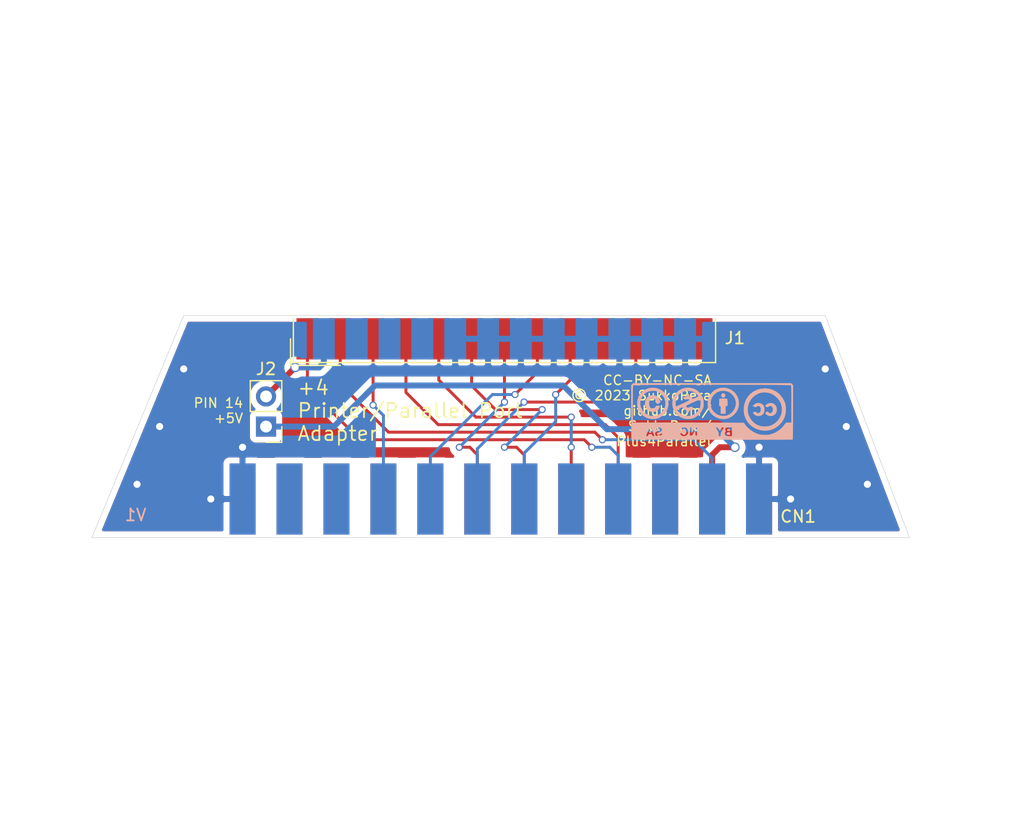
<source format=kicad_pcb>
(kicad_pcb (version 20171130) (host pcbnew 5.1.12)

  (general
    (thickness 1.6)
    (drawings 8)
    (tracks 110)
    (zones 0)
    (modules 4)
    (nets 29)
  )

  (page A4)
  (title_block
    (title Plus4Parallel)
    (date 2023-03-05)
    (rev 1git)
    (company SukkoPera)
    (comment 1 "Licensed under CC BY-NC-SA 4.0")
  )

  (layers
    (0 F.Cu signal)
    (31 B.Cu signal)
    (36 B.SilkS user)
    (37 F.SilkS user)
    (38 B.Mask user)
    (39 F.Mask user)
    (40 Dwgs.User user hide)
    (44 Edge.Cuts user)
    (45 Margin user hide)
    (46 B.CrtYd user hide)
    (47 F.CrtYd user hide)
    (49 F.Fab user hide)
  )

  (setup
    (last_trace_width 0.25)
    (trace_clearance 0.2)
    (zone_clearance 0.508)
    (zone_45_only yes)
    (trace_min 0.2)
    (via_size 0.6)
    (via_drill 0.4)
    (via_min_size 0.4)
    (via_min_drill 0.3)
    (uvia_size 0.3)
    (uvia_drill 0.1)
    (uvias_allowed no)
    (uvia_min_size 0.2)
    (uvia_min_drill 0.1)
    (edge_width 0.05)
    (segment_width 0.2)
    (pcb_text_width 0.3)
    (pcb_text_size 1.5 1.5)
    (mod_edge_width 0.12)
    (mod_text_size 1 1)
    (mod_text_width 0.15)
    (pad_size 2 2)
    (pad_drill 1.1)
    (pad_to_mask_clearance 0)
    (aux_axis_origin 0 0)
    (visible_elements FFFFF77F)
    (pcbplotparams
      (layerselection 0x010f0_ffffffff)
      (usegerberextensions false)
      (usegerberattributes true)
      (usegerberadvancedattributes true)
      (creategerberjobfile true)
      (excludeedgelayer true)
      (linewidth 0.100000)
      (plotframeref false)
      (viasonmask false)
      (mode 1)
      (useauxorigin false)
      (hpglpennumber 1)
      (hpglpenspeed 20)
      (hpglpendiameter 15.000000)
      (psnegative false)
      (psa4output false)
      (plotreference true)
      (plotvalue true)
      (plotinvisibletext false)
      (padsonsilk false)
      (subtractmaskfromsilk false)
      (outputformat 1)
      (mirror false)
      (drillshape 0)
      (scaleselection 1)
      (outputdirectory "gerbers"))
  )

  (net 0 "")
  (net 1 GND)
  (net 2 +5V)
  (net 3 /p2)
  (net 4 /p3)
  (net 5 /p4)
  (net 6 /p5)
  (net 7 /p0)
  (net 8 /p7)
  (net 9 /p6)
  (net 10 /p1)
  (net 11 "Net-(CN1-PadE)")
  (net 12 "Net-(CN1-Pad9)")
  (net 13 "Net-(CN1-Pad8)")
  (net 14 "Net-(CN1-Pad3)")
  (net 15 "Net-(CN1-Pad10)")
  (net 16 "Net-(CN1-Pad11)")
  (net 17 "Net-(CN1-PadC)")
  (net 18 "Net-(CN1-PadL)")
  (net 19 "Net-(CN1-PadM)")
  (net 20 /busy)
  (net 21 /~strobe)
  (net 22 "Net-(J1-Pad10)")
  (net 23 "Net-(J1-Pad12)")
  (net 24 "Net-(J1-Pad13)")
  (net 25 "Net-(J1-Pad14)")
  (net 26 "Net-(J1-Pad15)")
  (net 27 "Net-(J1-Pad16)")
  (net 28 "Net-(J1-Pad17)")

  (net_class Default "This is the default net class."
    (clearance 0.2)
    (trace_width 0.25)
    (via_dia 0.6)
    (via_drill 0.4)
    (uvia_dia 0.3)
    (uvia_drill 0.1)
    (add_net /busy)
    (add_net /p0)
    (add_net /p1)
    (add_net /p2)
    (add_net /p3)
    (add_net /p4)
    (add_net /p5)
    (add_net /p6)
    (add_net /p7)
    (add_net /~strobe)
    (add_net "Net-(CN1-Pad10)")
    (add_net "Net-(CN1-Pad11)")
    (add_net "Net-(CN1-Pad3)")
    (add_net "Net-(CN1-Pad8)")
    (add_net "Net-(CN1-Pad9)")
    (add_net "Net-(CN1-PadC)")
    (add_net "Net-(CN1-PadE)")
    (add_net "Net-(CN1-PadL)")
    (add_net "Net-(CN1-PadM)")
    (add_net "Net-(J1-Pad10)")
    (add_net "Net-(J1-Pad12)")
    (add_net "Net-(J1-Pad13)")
    (add_net "Net-(J1-Pad15)")
    (add_net "Net-(J1-Pad16)")
    (add_net "Net-(J1-Pad17)")
  )

  (net_class Power ""
    (clearance 0.2)
    (trace_width 0.5)
    (via_dia 0.8)
    (via_drill 0.6)
    (uvia_dia 0.3)
    (uvia_drill 0.1)
    (add_net +5V)
    (add_net GND)
    (add_net "Net-(J1-Pad14)")
  )

  (module Plus4Parallel:cc_by_nc_sa (layer B.Cu) (tedit 0) (tstamp 6441A988)
    (at 204.852671 80.406488 180)
    (path /650376E8)
    (fp_text reference V0 (at 0 0) (layer B.SilkS) hide
      (effects (font (size 1.524 1.524) (thickness 0.3)) (justify mirror))
    )
    (fp_text value LICENSE (at 0.75 0) (layer B.SilkS) hide
      (effects (font (size 1.524 1.524) (thickness 0.3)) (justify mirror))
    )
    (fp_poly (pts (xy 5.169666 1.34153) (xy 5.293284 1.308911) (xy 5.44729 1.209739) (xy 5.56845 1.062149)
      (xy 5.649325 0.880514) (xy 5.682481 0.679201) (xy 5.677762 0.565979) (xy 5.621829 0.352561)
      (xy 5.512095 0.17549) (xy 5.354478 0.041887) (xy 5.178381 -0.03479) (xy 5.078595 -0.058411)
      (xy 4.993405 -0.06118) (xy 4.887898 -0.043103) (xy 4.852249 -0.034851) (xy 4.701879 0.025951)
      (xy 4.573242 0.124138) (xy 4.480526 0.244935) (xy 4.43792 0.373565) (xy 4.43666 0.397933)
      (xy 4.444304 0.445032) (xy 4.4793 0.467423) (xy 4.559433 0.473946) (xy 4.589997 0.474133)
      (xy 4.694961 0.466515) (xy 4.74972 0.439995) (xy 4.764478 0.414867) (xy 4.833966 0.308793)
      (xy 4.940322 0.246741) (xy 5.064703 0.234208) (xy 5.18827 0.276687) (xy 5.203637 0.286779)
      (xy 5.272303 0.37158) (xy 5.316175 0.499592) (xy 5.333485 0.650328) (xy 5.322469 0.803298)
      (xy 5.281358 0.938017) (xy 5.262722 0.972084) (xy 5.186521 1.036983) (xy 5.073821 1.070738)
      (xy 4.951035 1.067299) (xy 4.904746 1.054053) (xy 4.838406 1.010113) (xy 4.793402 0.948123)
      (xy 4.779741 0.888798) (xy 4.807433 0.852856) (xy 4.807527 0.852824) (xy 4.810182 0.82511)
      (xy 4.776135 0.770507) (xy 4.720463 0.705791) (xy 4.658243 0.647738) (xy 4.604553 0.613124)
      (xy 4.588934 0.6096) (xy 4.545068 0.632196) (xy 4.475906 0.689621) (xy 4.436534 0.728133)
      (xy 4.371202 0.803512) (xy 4.35876 0.841107) (xy 4.374857 0.846666) (xy 4.42119 0.877163)
      (xy 4.447441 0.943538) (xy 4.495599 1.058213) (xy 4.584837 1.17702) (xy 4.694936 1.275279)
      (xy 4.743686 1.305083) (xy 4.861922 1.340713) (xy 5.013885 1.352931) (xy 5.169666 1.34153)) (layer B.SilkS) (width 0.01))
    (fp_poly (pts (xy -0.868203 1.5062) (xy -0.793859 1.454251) (xy -0.752108 1.372909) (xy -0.753107 1.280782)
      (xy -0.798285 1.204686) (xy -0.888254 1.155655) (xy -0.984932 1.165181) (xy -1.066078 1.230582)
      (xy -1.070823 1.23752) (xy -1.103678 1.338995) (xy -1.077587 1.432355) (xy -1.000159 1.497996)
      (xy -0.964987 1.510146) (xy -0.868203 1.5062)) (layer B.SilkS) (width 0.01))
    (fp_poly (pts (xy -0.892348 1.076634) (xy -0.592666 1.0668) (xy -0.582929 0.753533) (xy -0.579298 0.606612)
      (xy -0.581122 0.514591) (xy -0.590814 0.464704) (xy -0.61079 0.444185) (xy -0.642195 0.440267)
      (xy -0.674248 0.435682) (xy -0.694475 0.413536) (xy -0.705577 0.361241) (xy -0.710251 0.266211)
      (xy -0.711199 0.118533) (xy -0.711199 -0.2032) (xy -1.117599 -0.2032) (xy -1.117599 0.118533)
      (xy -1.118187 0.267581) (xy -1.122177 0.361582) (xy -1.132907 0.413225) (xy -1.153717 0.435197)
      (xy -1.187945 0.440185) (xy -1.202266 0.440267) (xy -1.243502 0.442967) (xy -1.268555 0.460071)
      (xy -1.281458 0.505088) (xy -1.28624 0.591525) (xy -1.286933 0.723986) (xy -1.282502 0.886166)
      (xy -1.268359 0.989819) (xy -1.243231 1.043622) (xy -1.239482 1.047087) (xy -1.175829 1.06781)
      (xy -1.051958 1.077642) (xy -0.892348 1.076634)) (layer B.SilkS) (width 0.01))
    (fp_poly (pts (xy -3.745353 0.684781) (xy -3.581576 0.60352) (xy -3.527934 0.559415) (xy -3.404873 0.446638)
      (xy -3.526912 0.388442) (xy -3.608686 0.35336) (xy -3.662723 0.351219) (xy -3.721673 0.384283)
      (xy -3.748438 0.403799) (xy -3.855596 0.452345) (xy -3.952042 0.441274) (xy -4.029109 0.378672)
      (xy -4.078132 0.272622) (xy -4.090444 0.131211) (xy -4.08641 0.088474) (xy -4.053711 -0.037014)
      (xy -3.987733 -0.113436) (xy -3.887904 -0.153415) (xy -3.805989 -0.156046) (xy -3.731485 -0.110099)
      (xy -3.714028 -0.093374) (xy -3.653013 -0.039964) (xy -3.603585 -0.031416) (xy -3.534524 -0.060733)
      (xy -3.453746 -0.104365) (xy -3.42707 -0.136444) (xy -3.448983 -0.177566) (xy -3.490955 -0.223485)
      (xy -3.643772 -0.343382) (xy -3.81497 -0.401323) (xy -3.994752 -0.395416) (xy -4.131058 -0.347081)
      (xy -4.272658 -0.243778) (xy -4.361825 -0.100788) (xy -4.400495 0.085423) (xy -4.40254 0.148941)
      (xy -4.383346 0.340784) (xy -4.322115 0.485401) (xy -4.212972 0.59284) (xy -4.11008 0.649043)
      (xy -3.922747 0.700145) (xy -3.745353 0.684781)) (layer B.SilkS) (width 0.01))
    (fp_poly (pts (xy -4.745382 0.670817) (xy -4.723144 0.662058) (xy -4.591802 0.59479) (xy -4.503853 0.523827)
      (xy -4.470444 0.458252) (xy -4.470399 0.45606) (xy -4.498584 0.415912) (xy -4.567014 0.374666)
      (xy -4.572864 0.372175) (xy -4.651621 0.347777) (xy -4.706166 0.361528) (xy -4.741075 0.389233)
      (xy -4.843421 0.44727) (xy -4.94315 0.445456) (xy -5.028979 0.391119) (xy -5.089628 0.291586)
      (xy -5.113816 0.154184) (xy -5.113866 0.147109) (xy -5.091704 0.010444) (xy -5.033113 -0.091213)
      (xy -4.949935 -0.150596) (xy -4.854011 -0.160438) (xy -4.757186 -0.113471) (xy -4.730559 -0.088113)
      (xy -4.673029 -0.034855) (xy -4.624187 -0.028228) (xy -4.562843 -0.055327) (xy -4.488365 -0.111516)
      (xy -4.478666 -0.173496) (xy -4.533086 -0.24972) (xy -4.546599 -0.262774) (xy -4.694809 -0.359069)
      (xy -4.866036 -0.402561) (xy -5.040769 -0.391051) (xy -5.181001 -0.334253) (xy -5.295654 -0.252295)
      (xy -5.366827 -0.162805) (xy -5.415681 -0.038021) (xy -5.421054 -0.019341) (xy -5.444912 0.168452)
      (xy -5.414102 0.340709) (xy -5.337348 0.488913) (xy -5.223374 0.604544) (xy -5.080905 0.679084)
      (xy -4.918666 0.704014) (xy -4.745382 0.670817)) (layer B.SilkS) (width 0.01))
    (fp_poly (pts (xy 5.156957 1.979445) (xy 5.407806 1.930606) (xy 5.646516 1.83453) (xy 5.865044 1.690709)
      (xy 6.055349 1.498635) (xy 6.209388 1.257798) (xy 6.237008 1.199569) (xy 6.290491 1.028798)
      (xy 6.322044 0.819934) (xy 6.330164 0.599466) (xy 6.313343 0.393879) (xy 6.289087 0.283332)
      (xy 6.176921 0.018636) (xy 6.01304 -0.209953) (xy 5.80602 -0.39719) (xy 5.564437 -0.537836)
      (xy 5.296868 -0.626646) (xy 5.011888 -0.658381) (xy 4.779279 -0.639513) (xy 4.528438 -0.565126)
      (xy 4.288753 -0.433767) (xy 4.073877 -0.256151) (xy 3.897463 -0.042993) (xy 3.801187 0.128081)
      (xy 3.73158 0.341251) (xy 3.696693 0.585046) (xy 3.697007 0.626598) (xy 3.947592 0.626598)
      (xy 3.983985 0.388729) (xy 4.077106 0.161084) (xy 4.228748 -0.046569) (xy 4.243421 -0.061983)
      (xy 4.455937 -0.237783) (xy 4.688857 -0.350844) (xy 4.936967 -0.399718) (xy 5.195048 -0.382957)
      (xy 5.303986 -0.356347) (xy 5.545273 -0.253176) (xy 5.74493 -0.105048) (xy 5.900657 0.078784)
      (xy 6.010154 0.289066) (xy 6.07112 0.516545) (xy 6.081255 0.751967) (xy 6.038259 0.986078)
      (xy 5.93983 1.209624) (xy 5.783669 1.413353) (xy 5.75175 1.444844) (xy 5.581431 1.57986)
      (xy 5.398878 1.666363) (xy 5.184734 1.712032) (xy 5.0524 1.722281) (xy 4.906118 1.726171)
      (xy 4.801029 1.719475) (xy 4.710825 1.697191) (xy 4.609194 1.654316) (xy 4.553752 1.627479)
      (xy 4.333417 1.484988) (xy 4.160839 1.303887) (xy 4.037813 1.093944) (xy 3.966133 0.864925)
      (xy 3.947592 0.626598) (xy 3.697007 0.626598) (xy 3.698552 0.830806) (xy 3.736623 1.041427)
      (xy 3.847277 1.309001) (xy 4.002084 1.532898) (xy 4.193002 1.712612) (xy 4.411991 1.847632)
      (xy 4.651007 1.93745) (xy 4.90201 1.981557) (xy 5.156957 1.979445)) (layer B.SilkS) (width 0.01))
    (fp_poly (pts (xy 2.263609 1.979282) (xy 2.538375 1.9036) (xy 2.792874 1.768298) (xy 2.989833 1.604417)
      (xy 3.173703 1.374041) (xy 3.298292 1.111479) (xy 3.35571 0.878743) (xy 3.371524 0.585496)
      (xy 3.326577 0.308981) (xy 3.227014 0.055366) (xy 3.078977 -0.169182) (xy 2.888611 -0.358493)
      (xy 2.66206 -0.506401) (xy 2.405468 -0.606736) (xy 2.124978 -0.653332) (xy 1.840887 -0.642052)
      (xy 1.577137 -0.572404) (xy 1.33046 -0.443486) (xy 1.111509 -0.263458) (xy 0.930937 -0.04048)
      (xy 0.838006 0.126144) (xy 0.784566 0.247749) (xy 0.752475 0.348847) (xy 0.736535 0.455498)
      (xy 0.73155 0.59376) (xy 0.731447 0.6604) (xy 0.735331 0.778925) (xy 0.981347 0.778925)
      (xy 0.988118 0.642882) (xy 0.990193 0.605732) (xy 1.004817 0.446144) (xy 1.03355 0.323478)
      (xy 1.084502 0.207189) (xy 1.10691 0.166182) (xy 1.263225 -0.047761) (xy 1.458239 -0.214434)
      (xy 1.681702 -0.330252) (xy 1.923364 -0.39163) (xy 2.172975 -0.394982) (xy 2.420283 -0.336723)
      (xy 2.477836 -0.313317) (xy 2.565755 -0.263637) (xy 2.670971 -0.188745) (xy 2.779214 -0.100978)
      (xy 2.876218 -0.012672) (xy 2.947714 0.063837) (xy 2.979435 0.116213) (xy 2.979892 0.120774)
      (xy 2.951379 0.145995) (xy 2.878707 0.187387) (xy 2.780671 0.236125) (xy 2.676062 0.283385)
      (xy 2.583676 0.320341) (xy 2.522305 0.338169) (xy 2.515851 0.338667) (xy 2.482823 0.311387)
      (xy 2.454898 0.262466) (xy 2.404669 0.201818) (xy 2.317786 0.139221) (xy 2.278761 0.118533)
      (xy 2.18751 0.067394) (xy 2.144975 0.016533) (xy 2.134828 -0.044689) (xy 2.12471 -0.112671)
      (xy 2.086113 -0.131717) (xy 2.057401 -0.129356) (xy 1.99274 -0.094997) (xy 1.97095 -0.030226)
      (xy 1.947377 0.03615) (xy 1.883631 0.078972) (xy 1.834833 0.095791) (xy 1.732809 0.134129)
      (xy 1.649337 0.178148) (xy 1.641884 0.183405) (xy 1.600647 0.218892) (xy 1.599576 0.250749)
      (xy 1.642124 0.301352) (xy 1.663434 0.323051) (xy 1.725277 0.380192) (xy 1.772443 0.39363)
      (xy 1.836837 0.368837) (xy 1.860324 0.356812) (xy 1.967249 0.320605) (xy 2.074615 0.31111)
      (xy 2.07649 0.311282) (xy 2.155475 0.330151) (xy 2.188995 0.377313) (xy 2.194407 0.407507)
      (xy 2.194411 0.438981) (xy 2.181051 0.468065) (xy 2.146267 0.499588) (xy 2.081996 0.538379)
      (xy 1.980177 0.589268) (xy 1.832749 0.657083) (xy 1.631651 0.746654) (xy 1.618673 0.752396)
      (xy 1.400983 0.848627) (xy 1.238193 0.917005) (xy 1.122692 0.955754) (xy 1.046868 0.963096)
      (xy 1.003111 0.937256) (xy 0.983808 0.876458) (xy 0.981347 0.778925) (xy 0.735331 0.778925)
      (xy 0.737523 0.845789) (xy 0.75718 0.990719) (xy 0.794557 1.121799) (xy 0.809335 1.161104)
      (xy 0.856078 1.250533) (xy 1.176822 1.250533) (xy 1.218778 1.226137) (xy 1.304567 1.184037)
      (xy 1.415787 1.133257) (xy 1.418089 1.132239) (xy 1.633911 1.036887) (xy 1.698518 1.125579)
      (xy 1.776761 1.196744) (xy 1.863696 1.236359) (xy 1.936536 1.264298) (xy 1.962414 1.319398)
      (xy 1.964267 1.357357) (xy 1.973978 1.42872) (xy 2.01483 1.454255) (xy 2.048934 1.456267)
      (xy 2.109443 1.445332) (xy 2.131579 1.398848) (xy 2.133601 1.354667) (xy 2.144025 1.280573)
      (xy 2.183408 1.254291) (xy 2.203016 1.253066) (xy 2.280998 1.237735) (xy 2.373699 1.200683)
      (xy 2.376849 1.19907) (xy 2.481267 1.145073) (xy 2.396885 1.06069) (xy 2.33192 1.00616)
      (xy 2.27023 0.993379) (xy 2.190004 1.010131) (xy 2.071186 1.029835) (xy 1.983086 1.019267)
      (xy 1.938967 0.981387) (xy 1.937428 0.953719) (xy 1.969698 0.925183) (xy 2.052174 0.875862)
      (xy 2.172734 0.811486) (xy 2.319256 0.737785) (xy 2.47962 0.660491) (xy 2.641704 0.585332)
      (xy 2.793385 0.51804) (xy 2.922543 0.464345) (xy 3.017056 0.429977) (xy 3.064801 0.420667)
      (xy 3.064934 0.420702) (xy 3.081097 0.456711) (xy 3.092612 0.544744) (xy 3.097628 0.66915)
      (xy 3.097686 0.69748) (xy 3.078362 0.932708) (xy 3.016876 1.129441) (xy 2.904691 1.30798)
      (xy 2.786307 1.438069) (xy 2.600711 1.586479) (xy 2.396684 1.67879) (xy 2.162106 1.719237)
      (xy 1.981201 1.719397) (xy 1.768743 1.696399) (xy 1.610979 1.651789) (xy 1.5748 1.634921)
      (xy 1.48697 1.579685) (xy 1.390873 1.504414) (xy 1.299253 1.421419) (xy 1.224854 1.343009)
      (xy 1.180424 1.281494) (xy 1.176822 1.250533) (xy 0.856078 1.250533) (xy 0.891984 1.319227)
      (xy 1.013137 1.486768) (xy 1.155735 1.644323) (xy 1.302724 1.772486) (xy 1.402706 1.836187)
      (xy 1.687276 1.946816) (xy 1.977076 1.994101) (xy 2.263609 1.979282)) (layer B.SilkS) (width 0.01))
    (fp_poly (pts (xy -0.674836 1.966514) (xy -0.426621 1.895843) (xy -0.194241 1.77653) (xy 0.014109 1.608245)
      (xy 0.190234 1.390655) (xy 0.281961 1.225997) (xy 0.332377 1.113652) (xy 0.364038 1.020029)
      (xy 0.381239 0.922536) (xy 0.388273 0.79858) (xy 0.389467 0.6604) (xy 0.387311 0.494945)
      (xy 0.378204 0.374806) (xy 0.358184 0.277632) (xy 0.323292 0.18107) (xy 0.292129 0.111002)
      (xy 0.14399 -0.132073) (xy -0.052491 -0.335241) (xy -0.287519 -0.493343) (xy -0.551297 -0.601223)
      (xy -0.834029 -0.653724) (xy -1.125918 -0.645688) (xy -1.141128 -0.643523) (xy -1.390037 -0.574356)
      (xy -1.627704 -0.448329) (xy -1.841967 -0.27631) (xy -2.020666 -0.069167) (xy -2.15164 0.162234)
      (xy -2.201058 0.303695) (xy -2.236055 0.518759) (xy -2.237776 0.756532) (xy -2.234333 0.782638)
      (xy -1.987074 0.782638) (xy -1.983035 0.541884) (xy -1.919511 0.305912) (xy -1.804407 0.086295)
      (xy -1.645628 -0.105391) (xy -1.451081 -0.257573) (xy -1.228671 -0.358675) (xy -1.202266 -0.36634)
      (xy -1.018744 -0.392662) (xy -0.809306 -0.385723) (xy -0.605498 -0.348121) (xy -0.488993 -0.307593)
      (xy -0.329448 -0.215028) (xy -0.172326 -0.086197) (xy -0.039955 0.058459) (xy 0.031856 0.169333)
      (xy 0.092058 0.30993) (xy 0.126017 0.453358) (xy 0.139 0.626064) (xy 0.139496 0.709735)
      (xy 0.10529 0.963821) (xy 0.00984 1.196103) (xy -0.141953 1.399372) (xy -0.345189 1.566413)
      (xy -0.499977 1.650969) (xy -0.695707 1.709773) (xy -0.92017 1.72827) (xy -1.148181 1.707149)
      (xy -1.354555 1.647097) (xy -1.399261 1.626365) (xy -1.609172 1.483495) (xy -1.782747 1.292393)
      (xy -1.910164 1.067157) (xy -1.981603 0.821881) (xy -1.987074 0.782638) (xy -2.234333 0.782638)
      (xy -2.207482 0.986179) (xy -2.167356 1.127052) (xy -2.037751 1.387604) (xy -1.866617 1.601831)
      (xy -1.662149 1.769403) (xy -1.432542 1.889988) (xy -1.185991 1.963255) (xy -0.930691 1.988875)
      (xy -0.674836 1.966514)) (layer B.SilkS) (width 0.01))
    (fp_poly (pts (xy -4.089923 1.899396) (xy -3.76278 1.80935) (xy -3.468077 1.664708) (xy -3.210747 1.469916)
      (xy -2.995726 1.22942) (xy -2.827948 0.947666) (xy -2.712348 0.629101) (xy -2.657542 0.320234)
      (xy -2.655123 -0.02488) (xy -2.71347 -0.349833) (xy -2.82732 -0.649559) (xy -2.991409 -0.918992)
      (xy -3.200472 -1.153063) (xy -3.449247 -1.346707) (xy -3.732469 -1.494856) (xy -4.044874 -1.592444)
      (xy -4.381199 -1.634403) (xy -4.676496 -1.623159) (xy -4.981035 -1.556108) (xy -5.273975 -1.426831)
      (xy -5.546831 -1.240763) (xy -5.791115 -1.003338) (xy -5.935498 -0.816897) (xy -6.073783 -0.559972)
      (xy -6.165086 -0.268563) (xy -6.203065 0.005301) (xy -5.865517 0.005301) (xy -5.805689 -0.281701)
      (xy -5.689214 -0.548828) (xy -5.519776 -0.788747) (xy -5.301059 -0.994123) (xy -5.036747 -1.157625)
      (xy -4.878763 -1.225042) (xy -4.729798 -1.260931) (xy -4.541418 -1.279884) (xy -4.339897 -1.28148)
      (xy -4.151509 -1.265297) (xy -4.026119 -1.238727) (xy -3.795911 -1.150991) (xy -3.598532 -1.032085)
      (xy -3.407307 -0.865803) (xy -3.39962 -0.858148) (xy -3.210268 -0.625212) (xy -3.079574 -0.370568)
      (xy -3.005316 -0.102196) (xy -2.985272 0.171923) (xy -3.01722 0.443808) (xy -3.098937 0.705479)
      (xy -3.228203 0.948955) (xy -3.402793 1.166256) (xy -3.620488 1.3494) (xy -3.879064 1.490408)
      (xy -4.072002 1.556775) (xy -4.29704 1.590996) (xy -4.548273 1.585211) (xy -4.799226 1.542)
      (xy -5.023077 1.464103) (xy -5.255701 1.32456) (xy -5.466801 1.139488) (xy -5.642672 0.923951)
      (xy -5.769604 0.693017) (xy -5.800493 0.6096) (xy -5.865013 0.304846) (xy -5.865517 0.005301)
      (xy -6.203065 0.005301) (xy -6.208131 0.041829) (xy -6.201643 0.355699) (xy -6.144347 0.657546)
      (xy -6.072993 0.854126) (xy -5.900328 1.162285) (xy -5.682469 1.42401) (xy -5.425197 1.635481)
      (xy -5.134293 1.792876) (xy -4.815539 1.892375) (xy -4.474716 1.930157) (xy -4.44457 1.9304)
      (xy -4.089923 1.899396)) (layer B.SilkS) (width 0.01))
    (fp_poly (pts (xy 5.269943 -1.629584) (xy 5.313105 -1.736074) (xy 5.303491 -1.803006) (xy 5.24144 -1.828586)
      (xy 5.232401 -1.8288) (xy 5.168729 -1.818927) (xy 5.147734 -1.799987) (xy 5.15804 -1.750906)
      (xy 5.183182 -1.669592) (xy 5.186476 -1.660037) (xy 5.225219 -1.548901) (xy 5.269943 -1.629584)) (layer B.SilkS) (width 0.01))
    (fp_poly (pts (xy -1.374009 -1.495679) (xy -1.363133 -1.496556) (xy -1.27671 -1.511482) (xy -1.240661 -1.54383)
      (xy -1.236133 -1.5748) (xy -1.250707 -1.622098) (xy -1.305766 -1.645882) (xy -1.363133 -1.653045)
      (xy -1.446289 -1.655483) (xy -1.482066 -1.635967) (xy -1.4901 -1.582398) (xy -1.490133 -1.5748)
      (xy -1.483775 -1.517212) (xy -1.451611 -1.49487) (xy -1.374009 -1.495679)) (layer B.SilkS) (width 0.01))
    (fp_poly (pts (xy -1.366563 -1.767489) (xy -1.268917 -1.792021) (xy -1.204626 -1.838444) (xy -1.186131 -1.894118)
      (xy -1.20595 -1.930698) (xy -1.261611 -1.95982) (xy -1.351128 -1.984227) (xy -1.366056 -1.986861)
      (xy -1.490133 -2.006996) (xy -1.490133 -1.881987) (xy -1.486284 -1.800117) (xy -1.461356 -1.767375)
      (xy -1.395277 -1.765162) (xy -1.366563 -1.767489)) (layer B.SilkS) (width 0.01))
    (fp_poly (pts (xy 6.841541 2.203938) (xy 6.832838 -0.091831) (xy 6.824134 -2.3876) (xy 0.031128 -2.396149)
      (xy -0.642307 -2.396886) (xy -1.297688 -2.397383) (xy -1.931802 -2.397649) (xy -2.541431 -2.39769)
      (xy -3.123361 -2.397512) (xy -3.674376 -2.397123) (xy -4.191259 -2.396529) (xy -4.670796 -2.395736)
      (xy -5.10977 -2.394751) (xy -5.504967 -2.393581) (xy -5.853169 -2.392233) (xy -6.151162 -2.390712)
      (xy -6.39573 -2.389027) (xy -6.583657 -2.387183) (xy -6.711727 -2.385187) (xy -6.776725 -2.383046)
      (xy -6.784539 -2.382038) (xy -6.78838 -2.34518) (xy -6.792015 -2.246185) (xy -6.795391 -2.090652)
      (xy -6.798452 -1.884176) (xy -6.801143 -1.632355) (xy -6.803409 -1.340787) (xy -6.805195 -1.015067)
      (xy -6.806446 -0.660794) (xy -6.807107 -0.283564) (xy -6.807199 -0.077483) (xy -6.807199 0.602826)
      (xy -6.671733 0.602826) (xy -6.671733 -0.948267) (xy -6.460066 -0.948785) (xy -6.343305 -0.952814)
      (xy -6.25289 -0.962767) (xy -6.213415 -0.974185) (xy -6.176309 -1.013206) (xy -6.11453 -1.090044)
      (xy -6.050841 -1.175264) (xy -5.832986 -1.423992) (xy -5.56856 -1.640488) (xy -5.273901 -1.813735)
      (xy -4.965349 -1.932714) (xy -4.903318 -1.949051) (xy -4.706356 -1.980723) (xy -4.475694 -1.993256)
      (xy -4.240186 -1.986775) (xy -4.028685 -1.961404) (xy -3.953287 -1.944972) (xy -3.701109 -1.857022)
      (xy -3.4464 -1.727801) (xy -3.20495 -1.56829) (xy -2.992549 -1.389468) (xy -2.961392 -1.354667)
      (xy -1.659466 -1.354667) (xy -1.659466 -2.099734) (xy -1.426151 -2.099734) (xy -1.279018 -2.09384)
      (xy -1.180998 -2.073806) (xy -1.117118 -2.03842) (xy -1.058119 -1.9562) (xy -1.042999 -1.857561)
      (xy -1.072994 -1.768917) (xy -1.103079 -1.738181) (xy -1.143317 -1.694375) (xy -1.125044 -1.65337)
      (xy -1.124246 -1.652567) (xy -1.08777 -1.57758) (xy -1.088713 -1.486144) (xy -1.124062 -1.409971)
      (xy -1.14924 -1.389725) (xy -1.216403 -1.371416) (xy -1.325921 -1.35873) (xy -1.437106 -1.354667)
      (xy -0.988569 -1.354667) (xy -0.895423 -1.515533) (xy -0.833822 -1.619772) (xy -0.779014 -1.708938)
      (xy -0.756738 -1.743202) (xy -0.727756 -1.81906) (xy -0.712097 -1.924945) (xy -0.711199 -1.954869)
      (xy -0.707249 -2.045942) (xy -0.688175 -2.087958) (xy -0.643141 -2.099455) (xy -0.626533 -2.099734)
      (xy -0.574788 -2.093633) (xy -0.549944 -2.063369) (xy -0.542291 -1.990997) (xy -0.541866 -1.943297)
      (xy -0.529617 -1.825143) (xy -0.494241 -1.7272) (xy 1.286934 -1.7272) (xy 1.287755 -1.890345)
      (xy 1.291603 -1.997448) (xy 1.300555 -2.060193) (xy 1.316691 -2.090265) (xy 1.342088 -2.09935)
      (xy 1.353183 -2.099734) (xy 1.387944 -2.092427) (xy 1.409204 -2.061109) (xy 1.42134 -1.991685)
      (xy 1.428726 -1.870058) (xy 1.429383 -1.8542) (xy 1.439334 -1.608667) (xy 1.591734 -1.85391)
      (xy 1.676876 -1.983063) (xy 1.741485 -2.060369) (xy 1.794203 -2.095113) (xy 1.820334 -2.099444)
      (xy 1.853613 -2.096778) (xy 1.875448 -2.08063) (xy 1.888248 -2.039231) (xy 1.894422 -1.960808)
      (xy 1.89638 -1.833592) (xy 1.896534 -1.7272) (xy 1.896351 -1.690791) (xy 2.03989 -1.690791)
      (xy 2.043753 -1.836162) (xy 2.046576 -1.848397) (xy 2.107371 -1.967898) (xy 2.209999 -2.052745)
      (xy 2.33655 -2.097739) (xy 2.469111 -2.097683) (xy 2.58977 -2.047378) (xy 2.626207 -2.016606)
      (xy 2.682924 -1.945727) (xy 2.696856 -1.913467) (xy 4.233334 -1.913467) (xy 4.264334 -1.999341)
      (xy 4.349248 -2.062765) (xy 4.47595 -2.096326) (xy 4.538134 -2.099734) (xy 4.666185 -2.089099)
      (xy 4.676232 -2.084818) (xy 4.889075 -2.084818) (xy 4.935321 -2.099328) (xy 4.954172 -2.099734)
      (xy 5.026701 -2.078855) (xy 5.060041 -2.015067) (xy 5.081898 -1.961948) (xy 5.125941 -1.937187)
      (xy 5.213136 -1.930485) (xy 5.232401 -1.9304) (xy 5.328404 -1.935177) (xy 5.377916 -1.956372)
      (xy 5.401903 -2.004285) (xy 5.40476 -2.015067) (xy 5.443398 -2.082992) (xy 5.507005 -2.099734)
      (xy 5.568956 -2.095332) (xy 5.588001 -2.087425) (xy 5.576837 -2.0527) (xy 5.546564 -1.967941)
      (xy 5.50201 -1.846479) (xy 5.45615 -1.723359) (xy 5.395714 -1.566759) (xy 5.350106 -1.463313)
      (xy 5.312733 -1.401915) (xy 5.277004 -1.371462) (xy 5.241259 -1.36139) (xy 5.201237 -1.361918)
      (xy 5.168054 -1.382213) (xy 5.134283 -1.433407) (xy 5.092496 -1.526631) (xy 5.037872 -1.66619)
      (xy 4.983916 -1.807079) (xy 4.937099 -1.928706) (xy 4.90398 -2.014058) (xy 4.89354 -2.040467)
      (xy 4.889075 -2.084818) (xy 4.676232 -2.084818) (xy 4.750578 -2.053141) (xy 4.775201 -2.032)
      (xy 4.833888 -1.937005) (xy 4.83024 -1.840652) (xy 4.7689 -1.751685) (xy 4.654509 -1.678846)
      (xy 4.572001 -1.649209) (xy 4.471557 -1.612078) (xy 4.425952 -1.570016) (xy 4.419601 -1.539444)
      (xy 4.446829 -1.486439) (xy 4.510988 -1.461842) (xy 4.585787 -1.469751) (xy 4.638313 -1.505355)
      (xy 4.697474 -1.546978) (xy 4.761219 -1.555283) (xy 4.803736 -1.529892) (xy 4.809067 -1.507848)
      (xy 4.778318 -1.442276) (xy 4.698045 -1.391071) (xy 4.586212 -1.362819) (xy 4.501953 -1.361051)
      (xy 4.389679 -1.382429) (xy 4.31338 -1.435532) (xy 4.289374 -1.464733) (xy 4.244741 -1.530299)
      (xy 4.240224 -1.574917) (xy 4.275441 -1.631929) (xy 4.287274 -1.647827) (xy 4.375306 -1.723172)
      (xy 4.504093 -1.781284) (xy 4.516159 -1.784942) (xy 4.61376 -1.818286) (xy 4.659584 -1.851389)
      (xy 4.668478 -1.896208) (xy 4.667273 -1.906649) (xy 4.630681 -1.969358) (xy 4.558358 -1.993808)
      (xy 4.47186 -1.97788) (xy 4.404719 -1.932452) (xy 4.33068 -1.878122) (xy 4.268704 -1.86548)
      (xy 4.235312 -1.896355) (xy 4.233334 -1.913467) (xy 2.696856 -1.913467) (xy 2.709125 -1.88506)
      (xy 2.709334 -1.88114) (xy 2.687604 -1.836155) (xy 2.632641 -1.835609) (xy 2.559784 -1.876737)
      (xy 2.518099 -1.915627) (xy 2.428247 -1.976725) (xy 2.33973 -1.978091) (xy 2.264572 -1.926878)
      (xy 2.2148 -1.830239) (xy 2.201334 -1.7272) (xy 2.22269 -1.60386) (xy 2.27845 -1.515913)
      (xy 2.35615 -1.471786) (xy 2.443328 -1.479907) (xy 2.504401 -1.522268) (xy 2.572355 -1.569395)
      (xy 2.643684 -1.590692) (xy 2.696003 -1.582438) (xy 2.709334 -1.556327) (xy 2.687306 -1.510356)
      (xy 2.633539 -1.445264) (xy 2.626207 -1.437794) (xy 2.514943 -1.370367) (xy 2.380166 -1.350861)
      (xy 2.246338 -1.379389) (xy 2.157704 -1.435655) (xy 2.080543 -1.547373) (xy 2.03989 -1.690791)
      (xy 1.896351 -1.690791) (xy 1.895713 -1.564055) (xy 1.891865 -1.456953) (xy 1.882912 -1.394207)
      (xy 1.866777 -1.364135) (xy 1.84138 -1.355051) (xy 1.830284 -1.354667) (xy 1.795524 -1.361974)
      (xy 1.774263 -1.393291) (xy 1.762127 -1.462715) (xy 1.754741 -1.584342) (xy 1.754084 -1.6002)
      (xy 1.744134 -1.845734) (xy 1.591734 -1.60049) (xy 1.506591 -1.471338) (xy 1.441982 -1.394031)
      (xy 1.389265 -1.359288) (xy 1.363134 -1.354957) (xy 1.329854 -1.357623) (xy 1.30802 -1.37377)
      (xy 1.29522 -1.415169) (xy 1.289046 -1.493592) (xy 1.287087 -1.620808) (xy 1.286934 -1.7272)
      (xy -0.494241 -1.7272) (xy -0.486844 -1.706723) (xy -0.423333 -1.591733) (xy -0.363459 -1.490279)
      (xy -0.320845 -1.412554) (xy -0.304799 -1.375637) (xy -0.333574 -1.359352) (xy -0.380999 -1.354928)
      (xy -0.450845 -1.381736) (xy -0.520312 -1.466649) (xy -0.534411 -1.490394) (xy -0.585216 -1.570855)
      (xy -0.625073 -1.61912) (xy -0.636011 -1.625339) (xy -0.665831 -1.598403) (xy -0.713266 -1.530531)
      (xy -0.737611 -1.489873) (xy -0.800961 -1.398762) (xy -0.863327 -1.359318) (xy -0.901695 -1.354667)
      (xy -0.988569 -1.354667) (xy -1.437106 -1.354667) (xy -1.659466 -1.354667) (xy -2.961392 -1.354667)
      (xy -2.824989 -1.202316) (xy -2.771246 -1.122987) (xy -2.716308 -1.040014) (xy -2.67037 -0.983062)
      (xy -2.660321 -0.974185) (xy -2.622787 -0.971212) (xy -2.521422 -0.968333) (xy -2.360129 -0.965569)
      (xy -2.142812 -0.962941) (xy -1.873371 -0.96047) (xy -1.55571 -0.958178) (xy -1.193732 -0.956085)
      (xy -0.791339 -0.954212) (xy -0.352434 -0.952581) (xy 0.119081 -0.951213) (xy 0.619302 -0.950128)
      (xy 1.144328 -0.949348) (xy 1.690255 -0.948894) (xy 2.040467 -0.948785) (xy 6.7056 -0.948267)
      (xy 6.7056 0.602827) (xy 6.705128 0.993904) (xy 6.703638 1.321497) (xy 6.701023 1.589848)
      (xy 6.697175 1.8032) (xy 6.691984 1.965794) (xy 6.685342 2.081874) (xy 6.677142 2.155682)
      (xy 6.667275 2.19146) (xy 6.66496 2.19456) (xy 6.626552 2.199611) (xy 6.524385 2.204358)
      (xy 6.362433 2.208798) (xy 6.14467 2.212934) (xy 5.875069 2.216764) (xy 5.557605 2.220289)
      (xy 5.196251 2.223509) (xy 4.794981 2.226423) (xy 4.357768 2.229032) (xy 3.888588 2.231335)
      (xy 3.391413 2.233334) (xy 2.870217 2.235027) (xy 2.328974 2.236414) (xy 1.771658 2.237497)
      (xy 1.202242 2.238274) (xy 0.624702 2.238745) (xy 0.043009 2.238912) (xy -0.538861 2.238773)
      (xy -1.116936 2.238328) (xy -1.687241 2.237579) (xy -2.245802 2.236524) (xy -2.788646 2.235163)
      (xy -3.311799 2.233498) (xy -3.811287 2.231527) (xy -4.283136 2.229251) (xy -4.723373 2.226669)
      (xy -5.128023 2.223782) (xy -5.493113 2.22059) (xy -5.814669 2.217092) (xy -6.088717 2.213289)
      (xy -6.311284 2.209181) (xy -6.478395 2.204768) (xy -6.586077 2.200049) (xy -6.630356 2.195025)
      (xy -6.631093 2.19456) (xy -6.641327 2.166293) (xy -6.649871 2.100896) (xy -6.656834 1.994126)
      (xy -6.662323 1.841741) (xy -6.666447 1.639497) (xy -6.669314 1.383152) (xy -6.671033 1.068464)
      (xy -6.671712 0.69119) (xy -6.671733 0.602826) (xy -6.807199 0.602826) (xy -6.807199 2.204412)
      (xy -6.640945 2.370666) (xy 6.674813 2.370666) (xy 6.841541 2.203938)) (layer B.SilkS) (width 0.01))
  )

  (module Plus4Parallel:UserPortFemale (layer F.Cu) (tedit 63553748) (tstamp 64418AB4)
    (at 187.0155 90.805)
    (path /63EEC423)
    (fp_text reference CN1 (at 25.0745 -1.524) (layer F.SilkS)
      (effects (font (size 1 1) (thickness 0.15)))
    )
    (fp_text value PLUS4_USERPORT (at 0 6) (layer F.Fab)
      (effects (font (size 1 1) (thickness 0.15)))
    )
    (fp_line (start -32 0) (end 33 0) (layer F.CrtYd) (width 0.12))
    (fp_line (start -32 0) (end -32 6) (layer F.CrtYd) (width 0.12))
    (fp_line (start -32 6) (end -26 6) (layer F.CrtYd) (width 0.12))
    (fp_line (start -26 6) (end -26 12) (layer F.CrtYd) (width 0.12))
    (fp_line (start 33 0) (end 33 6) (layer F.CrtYd) (width 0.12))
    (fp_line (start 33 6) (end 27 6) (layer F.CrtYd) (width 0.12))
    (fp_line (start 27 6) (end 27 12) (layer F.CrtYd) (width 0.12))
    (fp_line (start 27 12) (end -26 12) (layer F.CrtYd) (width 0.12))
    (pad K smd rect (at -9.9 -3) (size 2.2 6) (layers B.Cu B.Paste B.Mask)
      (net 10 /p1))
    (pad J smd rect (at -5.94 -3) (size 2.2 6) (layers B.Cu B.Paste B.Mask)
      (net 9 /p6))
    (pad H smd rect (at -1.98 -3) (size 2.2 6) (layers B.Cu B.Paste B.Mask)
      (net 20 /busy))
    (pad F smd rect (at 1.98 -3) (size 2.2 6) (layers B.Cu B.Paste B.Mask)
      (net 8 /p7))
    (pad E smd rect (at 5.94 -3) (size 2.2 6) (layers B.Cu B.Paste B.Mask)
      (net 11 "Net-(CN1-PadE)"))
    (pad D smd rect (at 9.9 -3) (size 2.2 6) (layers B.Cu B.Paste B.Mask)
      (net 21 /~strobe))
    (pad 9 smd rect (at -9.9 -3) (size 2.2 6) (layers F.Cu F.Paste F.Mask)
      (net 12 "Net-(CN1-Pad9)"))
    (pad 8 smd rect (at -5.94 -3) (size 2.2 6) (layers F.Cu F.Paste F.Mask)
      (net 13 "Net-(CN1-Pad8)"))
    (pad 7 smd rect (at -1.98 -3) (size 2.2 6) (layers F.Cu F.Paste F.Mask)
      (net 6 /p5))
    (pad 6 smd rect (at 1.98 -3) (size 2.2 6) (layers F.Cu F.Paste F.Mask)
      (net 5 /p4))
    (pad 5 smd rect (at 5.94 -3) (size 2.2 6) (layers F.Cu F.Paste F.Mask)
      (net 4 /p3))
    (pad 4 smd rect (at 9.9 -3) (size 2.2 6) (layers F.Cu F.Paste F.Mask)
      (net 3 /p2))
    (pad 3 smd rect (at 13.86 -3) (size 2.2 6) (layers F.Cu F.Paste F.Mask)
      (net 14 "Net-(CN1-Pad3)"))
    (pad 2 smd rect (at 17.82 -3) (size 2.2 6) (layers F.Cu F.Paste F.Mask)
      (net 2 +5V))
    (pad 1 smd rect (at 21.78 -3) (size 2.2 6) (layers F.Cu F.Paste F.Mask)
      (net 1 GND))
    (pad 10 smd rect (at -13.86 -3) (size 2.2 6) (layers F.Cu F.Paste F.Mask)
      (net 15 "Net-(CN1-Pad10)"))
    (pad 11 smd rect (at -17.82 -3) (size 2.2 6) (layers F.Cu F.Paste F.Mask)
      (net 16 "Net-(CN1-Pad11)"))
    (pad 12 smd rect (at -21.78 -3) (size 2.2 6) (layers F.Cu F.Paste F.Mask)
      (net 1 GND))
    (pad C smd rect (at 13.86 -3) (size 2.2 6) (layers B.Cu B.Paste B.Mask)
      (net 17 "Net-(CN1-PadC)"))
    (pad B smd rect (at 17.82 -3) (size 2.2 6) (layers B.Cu B.Paste B.Mask)
      (net 7 /p0))
    (pad A smd rect (at 21.78 -3) (size 2.2 6) (layers B.Cu B.Paste B.Mask)
      (net 1 GND))
    (pad L smd rect (at -13.86 -3) (size 2.2 6) (layers B.Cu B.Paste B.Mask)
      (net 18 "Net-(CN1-PadL)"))
    (pad M smd rect (at -17.82 -3) (size 2.2 6) (layers B.Cu B.Paste B.Mask)
      (net 19 "Net-(CN1-PadM)"))
    (pad N smd rect (at -21.78 -3) (size 2.2 6) (layers B.Cu B.Paste B.Mask)
      (net 1 GND))
    (model "${KIPRJMOD}/3dModels/C64 Userport Connector.STEP"
      (offset (xyz 0 -7 -5.5))
      (scale (xyz 0.99 1 1))
      (rotate (xyz 0 0 180))
    )
  )

  (module Connector_Dsub:DSUB-25_Female_EdgeMount_P2.77mm (layer F.Cu) (tedit 59FEDEE2) (tstamp 64418B83)
    (at 187.325 74.295 180)
    (descr "25-pin D-Sub connector, solder-cups edge-mounted, female, x-pin-pitch 2.77mm, distance of mounting holes 47.1mm, see https://disti-assets.s3.amazonaws.com/tonar/files/datasheets/16730.pdf")
    (tags "25-pin D-Sub connector edge mount solder cup female x-pin-pitch 2.77mm mounting holes distance 47.1mm")
    (path /64F87F82)
    (attr smd)
    (fp_text reference J1 (at -19.431 0.0675) (layer F.SilkS)
      (effects (font (size 1 1) (thickness 0.15)))
    )
    (fp_text value DB25_Female_MountingHoles (at 0 16.86) (layer F.Fab)
      (effects (font (size 1 1) (thickness 0.15)))
    )
    (fp_line (start 16.02 -0.91) (end 16.02 1.99) (layer F.Fab) (width 0.1))
    (fp_line (start 16.02 1.99) (end 17.22 1.99) (layer F.Fab) (width 0.1))
    (fp_line (start 17.22 1.99) (end 17.22 -0.91) (layer F.Fab) (width 0.1))
    (fp_line (start 17.22 -0.91) (end 16.02 -0.91) (layer F.Fab) (width 0.1))
    (fp_line (start 13.25 -0.91) (end 13.25 1.99) (layer F.Fab) (width 0.1))
    (fp_line (start 13.25 1.99) (end 14.45 1.99) (layer F.Fab) (width 0.1))
    (fp_line (start 14.45 1.99) (end 14.45 -0.91) (layer F.Fab) (width 0.1))
    (fp_line (start 14.45 -0.91) (end 13.25 -0.91) (layer F.Fab) (width 0.1))
    (fp_line (start 10.48 -0.91) (end 10.48 1.99) (layer F.Fab) (width 0.1))
    (fp_line (start 10.48 1.99) (end 11.68 1.99) (layer F.Fab) (width 0.1))
    (fp_line (start 11.68 1.99) (end 11.68 -0.91) (layer F.Fab) (width 0.1))
    (fp_line (start 11.68 -0.91) (end 10.48 -0.91) (layer F.Fab) (width 0.1))
    (fp_line (start 7.71 -0.91) (end 7.71 1.99) (layer F.Fab) (width 0.1))
    (fp_line (start 7.71 1.99) (end 8.91 1.99) (layer F.Fab) (width 0.1))
    (fp_line (start 8.91 1.99) (end 8.91 -0.91) (layer F.Fab) (width 0.1))
    (fp_line (start 8.91 -0.91) (end 7.71 -0.91) (layer F.Fab) (width 0.1))
    (fp_line (start 4.94 -0.91) (end 4.94 1.99) (layer F.Fab) (width 0.1))
    (fp_line (start 4.94 1.99) (end 6.14 1.99) (layer F.Fab) (width 0.1))
    (fp_line (start 6.14 1.99) (end 6.14 -0.91) (layer F.Fab) (width 0.1))
    (fp_line (start 6.14 -0.91) (end 4.94 -0.91) (layer F.Fab) (width 0.1))
    (fp_line (start 2.17 -0.91) (end 2.17 1.99) (layer F.Fab) (width 0.1))
    (fp_line (start 2.17 1.99) (end 3.37 1.99) (layer F.Fab) (width 0.1))
    (fp_line (start 3.37 1.99) (end 3.37 -0.91) (layer F.Fab) (width 0.1))
    (fp_line (start 3.37 -0.91) (end 2.17 -0.91) (layer F.Fab) (width 0.1))
    (fp_line (start -0.6 -0.91) (end -0.6 1.99) (layer F.Fab) (width 0.1))
    (fp_line (start -0.6 1.99) (end 0.6 1.99) (layer F.Fab) (width 0.1))
    (fp_line (start 0.6 1.99) (end 0.6 -0.91) (layer F.Fab) (width 0.1))
    (fp_line (start 0.6 -0.91) (end -0.6 -0.91) (layer F.Fab) (width 0.1))
    (fp_line (start -3.37 -0.91) (end -3.37 1.99) (layer F.Fab) (width 0.1))
    (fp_line (start -3.37 1.99) (end -2.17 1.99) (layer F.Fab) (width 0.1))
    (fp_line (start -2.17 1.99) (end -2.17 -0.91) (layer F.Fab) (width 0.1))
    (fp_line (start -2.17 -0.91) (end -3.37 -0.91) (layer F.Fab) (width 0.1))
    (fp_line (start -6.14 -0.91) (end -6.14 1.99) (layer F.Fab) (width 0.1))
    (fp_line (start -6.14 1.99) (end -4.94 1.99) (layer F.Fab) (width 0.1))
    (fp_line (start -4.94 1.99) (end -4.94 -0.91) (layer F.Fab) (width 0.1))
    (fp_line (start -4.94 -0.91) (end -6.14 -0.91) (layer F.Fab) (width 0.1))
    (fp_line (start -8.91 -0.91) (end -8.91 1.99) (layer F.Fab) (width 0.1))
    (fp_line (start -8.91 1.99) (end -7.71 1.99) (layer F.Fab) (width 0.1))
    (fp_line (start -7.71 1.99) (end -7.71 -0.91) (layer F.Fab) (width 0.1))
    (fp_line (start -7.71 -0.91) (end -8.91 -0.91) (layer F.Fab) (width 0.1))
    (fp_line (start -11.68 -0.91) (end -11.68 1.99) (layer F.Fab) (width 0.1))
    (fp_line (start -11.68 1.99) (end -10.48 1.99) (layer F.Fab) (width 0.1))
    (fp_line (start -10.48 1.99) (end -10.48 -0.91) (layer F.Fab) (width 0.1))
    (fp_line (start -10.48 -0.91) (end -11.68 -0.91) (layer F.Fab) (width 0.1))
    (fp_line (start -14.45 -0.91) (end -14.45 1.99) (layer F.Fab) (width 0.1))
    (fp_line (start -14.45 1.99) (end -13.25 1.99) (layer F.Fab) (width 0.1))
    (fp_line (start -13.25 1.99) (end -13.25 -0.91) (layer F.Fab) (width 0.1))
    (fp_line (start -13.25 -0.91) (end -14.45 -0.91) (layer F.Fab) (width 0.1))
    (fp_line (start -17.22 -0.91) (end -17.22 1.99) (layer F.Fab) (width 0.1))
    (fp_line (start -17.22 1.99) (end -16.02 1.99) (layer F.Fab) (width 0.1))
    (fp_line (start -16.02 1.99) (end -16.02 -0.91) (layer F.Fab) (width 0.1))
    (fp_line (start -16.02 -0.91) (end -17.22 -0.91) (layer F.Fab) (width 0.1))
    (fp_line (start 14.635 -0.91) (end 14.635 1.99) (layer B.Fab) (width 0.1))
    (fp_line (start 14.635 1.99) (end 15.835 1.99) (layer B.Fab) (width 0.1))
    (fp_line (start 15.835 1.99) (end 15.835 -0.91) (layer B.Fab) (width 0.1))
    (fp_line (start 15.835 -0.91) (end 14.635 -0.91) (layer B.Fab) (width 0.1))
    (fp_line (start 11.865 -0.91) (end 11.865 1.99) (layer B.Fab) (width 0.1))
    (fp_line (start 11.865 1.99) (end 13.065 1.99) (layer B.Fab) (width 0.1))
    (fp_line (start 13.065 1.99) (end 13.065 -0.91) (layer B.Fab) (width 0.1))
    (fp_line (start 13.065 -0.91) (end 11.865 -0.91) (layer B.Fab) (width 0.1))
    (fp_line (start 9.095 -0.91) (end 9.095 1.99) (layer B.Fab) (width 0.1))
    (fp_line (start 9.095 1.99) (end 10.295 1.99) (layer B.Fab) (width 0.1))
    (fp_line (start 10.295 1.99) (end 10.295 -0.91) (layer B.Fab) (width 0.1))
    (fp_line (start 10.295 -0.91) (end 9.095 -0.91) (layer B.Fab) (width 0.1))
    (fp_line (start 6.325 -0.91) (end 6.325 1.99) (layer B.Fab) (width 0.1))
    (fp_line (start 6.325 1.99) (end 7.525 1.99) (layer B.Fab) (width 0.1))
    (fp_line (start 7.525 1.99) (end 7.525 -0.91) (layer B.Fab) (width 0.1))
    (fp_line (start 7.525 -0.91) (end 6.325 -0.91) (layer B.Fab) (width 0.1))
    (fp_line (start 3.555 -0.91) (end 3.555 1.99) (layer B.Fab) (width 0.1))
    (fp_line (start 3.555 1.99) (end 4.755 1.99) (layer B.Fab) (width 0.1))
    (fp_line (start 4.755 1.99) (end 4.755 -0.91) (layer B.Fab) (width 0.1))
    (fp_line (start 4.755 -0.91) (end 3.555 -0.91) (layer B.Fab) (width 0.1))
    (fp_line (start 0.785 -0.91) (end 0.785 1.99) (layer B.Fab) (width 0.1))
    (fp_line (start 0.785 1.99) (end 1.985 1.99) (layer B.Fab) (width 0.1))
    (fp_line (start 1.985 1.99) (end 1.985 -0.91) (layer B.Fab) (width 0.1))
    (fp_line (start 1.985 -0.91) (end 0.785 -0.91) (layer B.Fab) (width 0.1))
    (fp_line (start -1.985 -0.91) (end -1.985 1.99) (layer B.Fab) (width 0.1))
    (fp_line (start -1.985 1.99) (end -0.785 1.99) (layer B.Fab) (width 0.1))
    (fp_line (start -0.785 1.99) (end -0.785 -0.91) (layer B.Fab) (width 0.1))
    (fp_line (start -0.785 -0.91) (end -1.985 -0.91) (layer B.Fab) (width 0.1))
    (fp_line (start -4.755 -0.91) (end -4.755 1.99) (layer B.Fab) (width 0.1))
    (fp_line (start -4.755 1.99) (end -3.555 1.99) (layer B.Fab) (width 0.1))
    (fp_line (start -3.555 1.99) (end -3.555 -0.91) (layer B.Fab) (width 0.1))
    (fp_line (start -3.555 -0.91) (end -4.755 -0.91) (layer B.Fab) (width 0.1))
    (fp_line (start -7.525 -0.91) (end -7.525 1.99) (layer B.Fab) (width 0.1))
    (fp_line (start -7.525 1.99) (end -6.325 1.99) (layer B.Fab) (width 0.1))
    (fp_line (start -6.325 1.99) (end -6.325 -0.91) (layer B.Fab) (width 0.1))
    (fp_line (start -6.325 -0.91) (end -7.525 -0.91) (layer B.Fab) (width 0.1))
    (fp_line (start -10.295 -0.91) (end -10.295 1.99) (layer B.Fab) (width 0.1))
    (fp_line (start -10.295 1.99) (end -9.095 1.99) (layer B.Fab) (width 0.1))
    (fp_line (start -9.095 1.99) (end -9.095 -0.91) (layer B.Fab) (width 0.1))
    (fp_line (start -9.095 -0.91) (end -10.295 -0.91) (layer B.Fab) (width 0.1))
    (fp_line (start -13.065 -0.91) (end -13.065 1.99) (layer B.Fab) (width 0.1))
    (fp_line (start -13.065 1.99) (end -11.865 1.99) (layer B.Fab) (width 0.1))
    (fp_line (start -11.865 1.99) (end -11.865 -0.91) (layer B.Fab) (width 0.1))
    (fp_line (start -11.865 -0.91) (end -13.065 -0.91) (layer B.Fab) (width 0.1))
    (fp_line (start -15.835 -0.91) (end -15.835 1.99) (layer B.Fab) (width 0.1))
    (fp_line (start -15.835 1.99) (end -14.635 1.99) (layer B.Fab) (width 0.1))
    (fp_line (start -14.635 1.99) (end -14.635 -0.91) (layer B.Fab) (width 0.1))
    (fp_line (start -14.635 -0.91) (end -15.835 -0.91) (layer B.Fab) (width 0.1))
    (fp_line (start -18.55 1.99) (end -18.55 4.79) (layer F.Fab) (width 0.1))
    (fp_line (start -18.55 4.79) (end 18.55 4.79) (layer F.Fab) (width 0.1))
    (fp_line (start 18.55 4.79) (end 18.55 1.99) (layer F.Fab) (width 0.1))
    (fp_line (start 18.55 1.99) (end -18.55 1.99) (layer F.Fab) (width 0.1))
    (fp_line (start -19.55 4.79) (end -19.55 9.29) (layer F.Fab) (width 0.1))
    (fp_line (start -19.55 9.29) (end 19.55 9.29) (layer F.Fab) (width 0.1))
    (fp_line (start 19.55 9.29) (end 19.55 4.79) (layer F.Fab) (width 0.1))
    (fp_line (start 19.55 4.79) (end -19.55 4.79) (layer F.Fab) (width 0.1))
    (fp_line (start -26.55 9.29) (end -26.55 9.69) (layer F.Fab) (width 0.1))
    (fp_line (start -26.55 9.69) (end 26.55 9.69) (layer F.Fab) (width 0.1))
    (fp_line (start 26.55 9.69) (end 26.55 9.29) (layer F.Fab) (width 0.1))
    (fp_line (start 26.55 9.29) (end -26.55 9.29) (layer F.Fab) (width 0.1))
    (fp_line (start -19.15 9.69) (end -19.15 15.86) (layer F.Fab) (width 0.1))
    (fp_line (start -19.15 15.86) (end 19.15 15.86) (layer F.Fab) (width 0.1))
    (fp_line (start 19.15 15.86) (end 19.15 9.69) (layer F.Fab) (width 0.1))
    (fp_line (start 19.15 9.69) (end -19.15 9.69) (layer F.Fab) (width 0.1))
    (fp_line (start -18.05 -2.25) (end 18.05 -2.25) (layer F.CrtYd) (width 0.05))
    (fp_line (start 18.05 -2.25) (end 18.05 1.5) (layer F.CrtYd) (width 0.05))
    (fp_line (start 18.05 1.5) (end 19.05 1.5) (layer F.CrtYd) (width 0.05))
    (fp_line (start 19.05 1.5) (end 19.05 4.3) (layer F.CrtYd) (width 0.05))
    (fp_line (start 19.05 4.3) (end 20.05 4.3) (layer F.CrtYd) (width 0.05))
    (fp_line (start 20.05 4.3) (end 20.05 8.8) (layer F.CrtYd) (width 0.05))
    (fp_line (start 20.05 8.8) (end 27.05 8.8) (layer F.CrtYd) (width 0.05))
    (fp_line (start 27.05 8.8) (end 27.05 10.2) (layer F.CrtYd) (width 0.05))
    (fp_line (start 27.05 10.2) (end 19.65 10.2) (layer F.CrtYd) (width 0.05))
    (fp_line (start 19.65 10.2) (end 19.65 16.4) (layer F.CrtYd) (width 0.05))
    (fp_line (start 19.65 16.4) (end -19.65 16.4) (layer F.CrtYd) (width 0.05))
    (fp_line (start -19.65 16.4) (end -19.65 10.2) (layer F.CrtYd) (width 0.05))
    (fp_line (start -19.65 10.2) (end -27.05 10.2) (layer F.CrtYd) (width 0.05))
    (fp_line (start -27.05 10.2) (end -27.05 8.8) (layer F.CrtYd) (width 0.05))
    (fp_line (start -27.05 8.8) (end -20.05 8.8) (layer F.CrtYd) (width 0.05))
    (fp_line (start -20.05 8.8) (end -20.05 4.3) (layer F.CrtYd) (width 0.05))
    (fp_line (start -20.05 4.3) (end -19.05 4.3) (layer F.CrtYd) (width 0.05))
    (fp_line (start -19.05 4.3) (end -19.05 1.5) (layer F.CrtYd) (width 0.05))
    (fp_line (start -19.05 1.5) (end -18.05 1.5) (layer F.CrtYd) (width 0.05))
    (fp_line (start -18.05 1.5) (end -18.05 -2.25) (layer F.CrtYd) (width 0.05))
    (fp_line (start 17.803333 1.74) (end 17.803333 -2) (layer F.SilkS) (width 0.12))
    (fp_line (start 17.803333 -2) (end -17.803333 -2) (layer F.SilkS) (width 0.12))
    (fp_line (start -17.803333 -2) (end -17.803333 1.74) (layer F.SilkS) (width 0.12))
    (fp_line (start 18.043333 0) (end 18.043333 -2.24) (layer F.SilkS) (width 0.12))
    (fp_line (start 18.043333 -2.24) (end 13.85 -2.24) (layer F.SilkS) (width 0.12))
    (fp_line (start -26.55 1.99) (end 26.55 1.99) (layer Dwgs.User) (width 0.05))
    (fp_text user %R (at 0 3.39) (layer F.Fab)
      (effects (font (size 1 1) (thickness 0.15)))
    )
    (fp_text user "PCB edge" (at -21.55 1.323333) (layer Dwgs.User)
      (effects (font (size 0.5 0.5) (thickness 0.075)))
    )
    (pad 1 smd rect (at 16.62 0 180) (size 1.846667 3.48) (layers F.Cu F.Paste F.Mask)
      (net 21 /~strobe))
    (pad 2 smd rect (at 13.85 0 180) (size 1.846667 3.48) (layers F.Cu F.Paste F.Mask)
      (net 7 /p0))
    (pad 3 smd rect (at 11.08 0 180) (size 1.846667 3.48) (layers F.Cu F.Paste F.Mask)
      (net 10 /p1))
    (pad 4 smd rect (at 8.31 0 180) (size 1.846667 3.48) (layers F.Cu F.Paste F.Mask)
      (net 3 /p2))
    (pad 5 smd rect (at 5.54 0 180) (size 1.846667 3.48) (layers F.Cu F.Paste F.Mask)
      (net 4 /p3))
    (pad 6 smd rect (at 2.77 0 180) (size 1.846667 3.48) (layers F.Cu F.Paste F.Mask)
      (net 5 /p4))
    (pad 7 smd rect (at 0 0 180) (size 1.846667 3.48) (layers F.Cu F.Paste F.Mask)
      (net 6 /p5))
    (pad 8 smd rect (at -2.77 0 180) (size 1.846667 3.48) (layers F.Cu F.Paste F.Mask)
      (net 9 /p6))
    (pad 9 smd rect (at -5.54 0 180) (size 1.846667 3.48) (layers F.Cu F.Paste F.Mask)
      (net 8 /p7))
    (pad 10 smd rect (at -8.31 0 180) (size 1.846667 3.48) (layers F.Cu F.Paste F.Mask)
      (net 22 "Net-(J1-Pad10)"))
    (pad 11 smd rect (at -11.08 0 180) (size 1.846667 3.48) (layers F.Cu F.Paste F.Mask)
      (net 20 /busy))
    (pad 12 smd rect (at -13.85 0 180) (size 1.846667 3.48) (layers F.Cu F.Paste F.Mask)
      (net 23 "Net-(J1-Pad12)"))
    (pad 13 smd rect (at -16.62 0 180) (size 1.846667 3.48) (layers F.Cu F.Paste F.Mask)
      (net 24 "Net-(J1-Pad13)"))
    (pad 14 smd rect (at 15.235 0 180) (size 1.846667 3.48) (layers B.Cu B.Paste B.Mask)
      (net 25 "Net-(J1-Pad14)"))
    (pad 15 smd rect (at 12.465 0 180) (size 1.846667 3.48) (layers B.Cu B.Paste B.Mask)
      (net 26 "Net-(J1-Pad15)"))
    (pad 16 smd rect (at 9.695 0 180) (size 1.846667 3.48) (layers B.Cu B.Paste B.Mask)
      (net 27 "Net-(J1-Pad16)"))
    (pad 17 smd rect (at 6.925 0 180) (size 1.846667 3.48) (layers B.Cu B.Paste B.Mask)
      (net 28 "Net-(J1-Pad17)"))
    (pad 18 smd rect (at 4.155 0 180) (size 1.846667 3.48) (layers B.Cu B.Paste B.Mask)
      (net 1 GND))
    (pad 19 smd rect (at 1.385 0 180) (size 1.846667 3.48) (layers B.Cu B.Paste B.Mask)
      (net 1 GND))
    (pad 20 smd rect (at -1.385 0 180) (size 1.846667 3.48) (layers B.Cu B.Paste B.Mask)
      (net 1 GND))
    (pad 21 smd rect (at -4.155 0 180) (size 1.846667 3.48) (layers B.Cu B.Paste B.Mask)
      (net 1 GND))
    (pad 22 smd rect (at -6.925 0 180) (size 1.846667 3.48) (layers B.Cu B.Paste B.Mask)
      (net 1 GND))
    (pad 23 smd rect (at -9.695 0 180) (size 1.846667 3.48) (layers B.Cu B.Paste B.Mask)
      (net 1 GND))
    (pad 24 smd rect (at -12.465 0 180) (size 1.846667 3.48) (layers B.Cu B.Paste B.Mask)
      (net 1 GND))
    (pad 25 smd rect (at -15.235 0 180) (size 1.846667 3.48) (layers B.Cu B.Paste B.Mask)
      (net 1 GND))
    (model ${KISYS3DMOD}/Connector_Dsub.3dshapes/DSUB-25_Female_EdgeMount_P2.77mm.wrl
      (at (xyz 0 0 0))
      (scale (xyz 1 1 1))
      (rotate (xyz 0 0 0))
    )
    (model ${KISYS3DMOD}/Connector_Dsub.3dshapes/DSUB-25_Female_Vertical_P2.77x2.84mm.wrl
      (offset (xyz 16.5 -2.5 0.5))
      (scale (xyz 1 1 1))
      (rotate (xyz 90 180 180))
    )
  )

  (module Connector_PinHeader_2.54mm:PinHeader_1x02_P2.54mm_Vertical (layer F.Cu) (tedit 59FED5CC) (tstamp 6441AB49)
    (at 167.2155 81.695 180)
    (descr "Through hole straight pin header, 1x02, 2.54mm pitch, single row")
    (tags "Through hole pin header THT 1x02 2.54mm single row")
    (path /650B3912)
    (fp_text reference J2 (at 0 4.86) (layer F.SilkS)
      (effects (font (size 1 1) (thickness 0.15)))
    )
    (fp_text value JMP_POWER (at 0 4.87) (layer F.Fab)
      (effects (font (size 1 1) (thickness 0.15)))
    )
    (fp_line (start 1.8 -1.8) (end -1.8 -1.8) (layer F.CrtYd) (width 0.05))
    (fp_line (start 1.8 4.35) (end 1.8 -1.8) (layer F.CrtYd) (width 0.05))
    (fp_line (start -1.8 4.35) (end 1.8 4.35) (layer F.CrtYd) (width 0.05))
    (fp_line (start -1.8 -1.8) (end -1.8 4.35) (layer F.CrtYd) (width 0.05))
    (fp_line (start -1.33 -1.33) (end 0 -1.33) (layer F.SilkS) (width 0.12))
    (fp_line (start -1.33 0) (end -1.33 -1.33) (layer F.SilkS) (width 0.12))
    (fp_line (start -1.33 1.27) (end 1.33 1.27) (layer F.SilkS) (width 0.12))
    (fp_line (start 1.33 1.27) (end 1.33 3.87) (layer F.SilkS) (width 0.12))
    (fp_line (start -1.33 1.27) (end -1.33 3.87) (layer F.SilkS) (width 0.12))
    (fp_line (start -1.33 3.87) (end 1.33 3.87) (layer F.SilkS) (width 0.12))
    (fp_line (start -1.27 -0.635) (end -0.635 -1.27) (layer F.Fab) (width 0.1))
    (fp_line (start -1.27 3.81) (end -1.27 -0.635) (layer F.Fab) (width 0.1))
    (fp_line (start 1.27 3.81) (end -1.27 3.81) (layer F.Fab) (width 0.1))
    (fp_line (start 1.27 -1.27) (end 1.27 3.81) (layer F.Fab) (width 0.1))
    (fp_line (start -0.635 -1.27) (end 1.27 -1.27) (layer F.Fab) (width 0.1))
    (fp_text user %R (at 0 1.27 90) (layer F.Fab)
      (effects (font (size 1 1) (thickness 0.15)))
    )
    (pad 1 thru_hole rect (at 0 0 180) (size 1.7 1.7) (drill 1) (layers *.Cu *.Mask)
      (net 2 +5V))
    (pad 2 thru_hole oval (at 0 2.54 180) (size 1.7 1.7) (drill 1) (layers *.Cu *.Mask)
      (net 25 "Net-(J1-Pad14)"))
    (model ${KISYS3DMOD}/Connector_PinHeader_2.54mm.3dshapes/PinHeader_1x02_P2.54mm_Vertical.wrl
      (at (xyz 0 0 0))
      (scale (xyz 1 1 1))
      (rotate (xyz 0 0 0))
    )
  )

  (gr_text "PIN 14\n+5V" (at 165.354 80.3525) (layer F.SilkS)
    (effects (font (size 0.8 0.8) (thickness 0.12)) (justify right))
  )
  (gr_text V1 (at 156.21 89.154) (layer B.SilkS)
    (effects (font (size 1 1) (thickness 0.15)) (justify mirror))
  )
  (gr_text "CC-BY-NC-SA\n© 2023 SukkoPera\ngithub.com/\nSukkoPera/\nPlus4Parallel" (at 204.868333 80.366) (layer F.SilkS)
    (effects (font (size 0.8 0.8) (thickness 0.12)) (justify right))
  )
  (gr_text "+4\nPrinter/Parallel Port\nAdapter" (at 169.781667 80.3525) (layer F.SilkS)
    (effects (font (size 1.2 1.2) (thickness 0.15)) (justify left))
  )
  (gr_line (start 221.488 91.059) (end 214.376 72.3265) (layer Edge.Cuts) (width 0.05))
  (gr_line (start 152.527 91.059) (end 221.488 91.059) (layer Edge.Cuts) (width 0.05))
  (gr_line (start 160.274 72.3265) (end 214.376 72.3265) (layer Edge.Cuts) (width 0.05))
  (gr_line (start 152.527 91.059) (end 160.274 72.3265) (layer Edge.Cuts) (width 0.05))

  (via (at 211.455 87.805) (size 0.8) (drill 0.6) (layers F.Cu B.Cu) (net 1))
  (segment (start 208.7955 87.805) (end 211.376 87.805) (width 0.5) (layer B.Cu) (net 1))
  (segment (start 208.7955 87.805) (end 211.455 87.805) (width 0.5) (layer F.Cu) (net 1))
  (via (at 162.56 87.805) (size 0.8) (drill 0.6) (layers F.Cu B.Cu) (net 1))
  (segment (start 165.2355 87.805) (end 162.639 87.805) (width 0.5) (layer F.Cu) (net 1))
  (segment (start 162.56 87.805) (end 165.2355 87.805) (width 0.5) (layer B.Cu) (net 1))
  (via (at 165.2355 83.438994) (size 0.8) (drill 0.6) (layers F.Cu B.Cu) (net 1))
  (segment (start 165.2355 83.4475) (end 165.227 83.439) (width 0.5) (layer B.Cu) (net 1))
  (segment (start 165.2355 87.805) (end 165.2355 83.4475) (width 0.5) (layer B.Cu) (net 1))
  (segment (start 165.2355 83.438994) (end 165.2355 87.805) (width 0.5) (layer F.Cu) (net 1))
  (via (at 208.7955 83.439) (size 0.8) (drill 0.6) (layers F.Cu B.Cu) (net 1))
  (segment (start 208.7955 87.805) (end 208.7955 83.4465) (width 0.5) (layer B.Cu) (net 1))
  (segment (start 208.7955 83.439) (end 208.7955 87.805) (width 0.5) (layer F.Cu) (net 1))
  (via (at 214.376 76.835) (size 0.8) (drill 0.6) (layers F.Cu B.Cu) (net 1) (tstamp 6441A1A4))
  (via (at 216.154 81.692748) (size 0.8) (drill 0.6) (layers F.Cu B.Cu) (net 1) (tstamp 6441A1A6))
  (via (at 217.932 86.563372) (size 0.8) (drill 0.6) (layers F.Cu B.Cu) (net 1) (tstamp 6441A1A8))
  (via (at 158.242 81.692748) (size 0.8) (drill 0.6) (layers F.Cu B.Cu) (net 1) (tstamp 6441A2D1))
  (via (at 160.274 76.835) (size 0.8) (drill 0.6) (layers F.Cu B.Cu) (net 1) (tstamp 6441A2D2))
  (via (at 156.337 86.563372) (size 0.8) (drill 0.6) (layers F.Cu B.Cu) (net 1) (tstamp 6441A2D3))
  (via (at 206.756 83.439) (size 0.8) (drill 0.6) (layers F.Cu B.Cu) (net 2))
  (segment (start 205.232 81.915) (end 206.756 83.439) (width 0.5) (layer B.Cu) (net 2))
  (segment (start 195.961 81.915) (end 205.232 81.915) (width 0.5) (layer B.Cu) (net 2))
  (segment (start 192.278 78.232) (end 195.961 81.915) (width 0.5) (layer B.Cu) (net 2))
  (segment (start 176.403 78.232) (end 192.278 78.232) (width 0.5) (layer B.Cu) (net 2))
  (segment (start 172.94 81.695) (end 176.403 78.232) (width 0.5) (layer B.Cu) (net 2))
  (segment (start 167.2155 81.695) (end 172.94 81.695) (width 0.5) (layer B.Cu) (net 2))
  (segment (start 204.8355 84.0895) (end 204.8355 87.805) (width 0.5) (layer F.Cu) (net 2))
  (segment (start 205.486 83.439) (end 204.8355 84.0895) (width 0.5) (layer F.Cu) (net 2))
  (segment (start 206.756 83.439) (end 205.486 83.439) (width 0.5) (layer F.Cu) (net 2))
  (segment (start 196.9155 84.6475) (end 196.9155 87.805) (width 0.25) (layer F.Cu) (net 3))
  (segment (start 196.9155 82.6155) (end 196.9155 84.6475) (width 0.25) (layer F.Cu) (net 3))
  (segment (start 195.833992 81.533992) (end 196.9155 82.6155) (width 0.25) (layer F.Cu) (net 3))
  (segment (start 181.736992 81.533992) (end 195.833992 81.533992) (width 0.25) (layer F.Cu) (net 3))
  (segment (start 179.015 78.812) (end 181.736992 81.533992) (width 0.25) (layer F.Cu) (net 3))
  (segment (start 179.015 74.295) (end 179.015 78.812) (width 0.25) (layer F.Cu) (net 3))
  (via (at 192.9555 80.899) (size 0.6) (drill 0.4) (layers F.Cu B.Cu) (net 4))
  (segment (start 181.785 74.295) (end 181.785 77.772) (width 0.25) (layer F.Cu) (net 4))
  (segment (start 181.785 77.772) (end 184.912 80.899) (width 0.25) (layer F.Cu) (net 4))
  (segment (start 184.912 80.899) (end 193.04 80.899) (width 0.25) (layer F.Cu) (net 4))
  (segment (start 192.9555 83.5235) (end 193.04 83.439) (width 0.25) (layer F.Cu) (net 4))
  (segment (start 192.9555 87.805) (end 192.9555 83.5235) (width 0.25) (layer F.Cu) (net 4))
  (segment (start 192.9555 80.899) (end 192.9555 83.439) (width 0.25) (layer B.Cu) (net 4))
  (via (at 192.9555 83.439) (size 0.6) (drill 0.4) (layers F.Cu B.Cu) (net 4))
  (via (at 187.325 83.439) (size 0.6) (drill 0.4) (layers F.Cu B.Cu) (net 5))
  (segment (start 187.325 83.439) (end 190.499986 80.264014) (width 0.25) (layer B.Cu) (net 5))
  (via (at 190.499986 80.264) (size 0.6) (drill 0.4) (layers F.Cu B.Cu) (net 5))
  (segment (start 184.555 78.256) (end 186.563 80.264) (width 0.25) (layer F.Cu) (net 5))
  (segment (start 190.499986 80.264014) (end 190.499986 80.264) (width 0.25) (layer B.Cu) (net 5))
  (segment (start 184.555 74.295) (end 184.555 78.256) (width 0.25) (layer F.Cu) (net 5))
  (segment (start 186.563 80.264) (end 190.499986 80.264) (width 0.25) (layer F.Cu) (net 5))
  (segment (start 188.9955 84.0935) (end 188.9955 87.805) (width 0.25) (layer F.Cu) (net 5))
  (segment (start 188.341 83.439) (end 188.9955 84.0935) (width 0.25) (layer F.Cu) (net 5))
  (segment (start 187.325 83.439) (end 188.341 83.439) (width 0.25) (layer F.Cu) (net 5))
  (segment (start 187.325 74.295) (end 187.325 79.629) (width 0.25) (layer F.Cu) (net 6))
  (via (at 187.325 79.629) (size 0.6) (drill 0.4) (layers F.Cu B.Cu) (net 6))
  (segment (start 187.325 79.629) (end 183.515006 83.438994) (width 0.25) (layer B.Cu) (net 6))
  (segment (start 183.515006 83.438994) (end 183.515 83.438994) (width 0.25) (layer B.Cu) (net 6))
  (via (at 183.515 83.438994) (size 0.6) (drill 0.4) (layers F.Cu B.Cu) (net 6))
  (segment (start 183.515 83.438994) (end 184.403994 83.438994) (width 0.25) (layer F.Cu) (net 6))
  (segment (start 185.0355 84.0705) (end 185.0355 87.805) (width 0.25) (layer F.Cu) (net 6))
  (segment (start 184.403994 83.438994) (end 185.0355 84.0705) (width 0.25) (layer F.Cu) (net 6))
  (segment (start 173.475 74.295) (end 173.475 78.098) (width 0.25) (layer F.Cu) (net 7))
  (segment (start 173.475 78.098) (end 177.546 82.169) (width 0.25) (layer F.Cu) (net 7))
  (segment (start 194.945 82.169) (end 195.58 82.804) (width 0.25) (layer F.Cu) (net 7))
  (via (at 195.58 82.804) (size 0.6) (drill 0.4) (layers F.Cu B.Cu) (net 7))
  (segment (start 192.405 82.169) (end 194.945 82.169) (width 0.25) (layer F.Cu) (net 7))
  (segment (start 177.546 82.169) (end 192.405 82.169) (width 0.25) (layer F.Cu) (net 7))
  (segment (start 203.296 82.804) (end 204.8355 84.3435) (width 0.25) (layer B.Cu) (net 7))
  (segment (start 204.8355 87.805) (end 204.8355 84.3435) (width 0.25) (layer B.Cu) (net 7))
  (segment (start 197.866 82.804) (end 203.296 82.804) (width 0.25) (layer B.Cu) (net 7))
  (segment (start 195.58 82.804) (end 197.866 82.804) (width 0.25) (layer B.Cu) (net 7))
  (segment (start 197.866 82.804) (end 197.993 82.804) (width 0.25) (layer B.Cu) (net 7))
  (via (at 191.642996 78.994) (size 0.6) (drill 0.4) (layers F.Cu B.Cu) (net 8))
  (segment (start 192.865 77.771996) (end 191.642996 78.994) (width 0.25) (layer F.Cu) (net 8))
  (segment (start 192.865 74.295) (end 192.865 77.771996) (width 0.25) (layer F.Cu) (net 8))
  (segment (start 191.642996 81.280004) (end 191.642996 78.994) (width 0.25) (layer B.Cu) (net 8))
  (segment (start 188.9955 83.9275) (end 191.642996 81.280004) (width 0.25) (layer B.Cu) (net 8))
  (segment (start 188.9955 87.805) (end 188.9955 83.9275) (width 0.25) (layer B.Cu) (net 8))
  (segment (start 186.309 78.994) (end 188.214 78.994) (width 0.25) (layer B.Cu) (net 9))
  (segment (start 181.0755 84.2275) (end 186.309 78.994) (width 0.25) (layer B.Cu) (net 9))
  (segment (start 181.0755 87.805) (end 181.0755 84.2275) (width 0.25) (layer B.Cu) (net 9))
  (segment (start 190.095 77.113) (end 188.214 78.994) (width 0.25) (layer F.Cu) (net 9))
  (segment (start 190.095 74.295) (end 190.095 77.113) (width 0.25) (layer F.Cu) (net 9))
  (via (at 188.214 78.994) (size 0.6) (drill 0.4) (layers F.Cu B.Cu) (net 9))
  (via (at 176.245 79.883) (size 0.6) (drill 0.4) (layers F.Cu B.Cu) (net 10))
  (segment (start 176.245 74.295) (end 176.245 79.852) (width 0.25) (layer F.Cu) (net 10))
  (segment (start 176.245 79.852) (end 176.276 79.883) (width 0.25) (layer F.Cu) (net 10))
  (segment (start 177.1155 80.7535) (end 176.245 79.883) (width 0.25) (layer B.Cu) (net 10))
  (segment (start 177.1155 87.805) (end 177.1155 80.7535) (width 0.25) (layer B.Cu) (net 10))
  (segment (start 185.0355 87.1255) (end 185.0355 87.805) (width 0.25) (layer B.Cu) (net 20))
  (via (at 188.976 79.629) (size 0.6) (drill 0.4) (layers F.Cu B.Cu) (net 20))
  (segment (start 185.0355 83.5695) (end 188.976 79.629) (width 0.25) (layer B.Cu) (net 20))
  (segment (start 195.834 79.629) (end 188.976 79.629) (width 0.25) (layer F.Cu) (net 20))
  (segment (start 198.405 74.295) (end 198.405 77.058) (width 0.25) (layer F.Cu) (net 20))
  (segment (start 198.405 77.058) (end 195.834 79.629) (width 0.25) (layer F.Cu) (net 20))
  (segment (start 185.0355 87.805) (end 185.0355 83.5695) (width 0.25) (layer B.Cu) (net 20))
  (segment (start 196.215 83.439) (end 194.691 83.439) (width 0.25) (layer B.Cu) (net 21))
  (segment (start 196.9155 84.1395) (end 196.215 83.439) (width 0.25) (layer B.Cu) (net 21))
  (segment (start 196.9155 87.805) (end 196.9155 84.1395) (width 0.25) (layer B.Cu) (net 21))
  (segment (start 194.056 82.804) (end 194.691 83.439) (width 0.25) (layer F.Cu) (net 21))
  (segment (start 170.705 78.376) (end 175.133 82.804) (width 0.25) (layer F.Cu) (net 21))
  (segment (start 175.133 82.804) (end 194.056 82.804) (width 0.25) (layer F.Cu) (net 21))
  (segment (start 170.705 74.295) (end 170.705 78.376) (width 0.25) (layer F.Cu) (net 21))
  (via (at 194.691 83.439) (size 0.6) (drill 0.4) (layers F.Cu B.Cu) (net 21))
  (via (at 169.672 76.708) (size 0.8) (drill 0.6) (layers F.Cu B.Cu) (net 25))
  (segment (start 167.2155 79.155) (end 169.6625 76.708) (width 0.5) (layer F.Cu) (net 25))
  (segment (start 169.6625 76.708) (end 169.672 76.708) (width 0.5) (layer F.Cu) (net 25))
  (segment (start 172.09 76.322) (end 172.09 74.295) (width 0.5) (layer B.Cu) (net 25))
  (segment (start 171.704 76.708) (end 172.09 76.322) (width 0.5) (layer B.Cu) (net 25))
  (segment (start 169.672 76.708) (end 171.704 76.708) (width 0.5) (layer B.Cu) (net 25))

  (zone (net 1) (net_name GND) (layer F.Cu) (tstamp 63322C8A) (hatch edge 0.508)
    (connect_pads (clearance 0.508))
    (min_thickness 0.254)
    (fill yes (arc_segments 32) (thermal_gap 0.508) (thermal_bridge_width 0.508))
    (polygon
      (pts
        (xy 226.06 109.22) (xy 149.86 109.22) (xy 149.86 50.8) (xy 226.06 50.8)
      )
    )
    (filled_polygon
      (pts
        (xy 220.531457 90.399) (xy 210.533112 90.399) (xy 210.5305 88.09075) (xy 210.37175 87.932) (xy 210.185 87.932)
        (xy 210.185 87.678) (xy 210.37175 87.678) (xy 210.5305 87.51925) (xy 210.533572 84.805) (xy 210.521312 84.680518)
        (xy 210.485002 84.56082) (xy 210.426037 84.450506) (xy 210.346685 84.353815) (xy 210.249994 84.274463) (xy 210.13968 84.215498)
        (xy 210.019982 84.179188) (xy 209.8955 84.166928) (xy 209.08125 84.17) (xy 209.05025 84.201) (xy 208.54075 84.201)
        (xy 208.50975 84.17) (xy 207.6955 84.166928) (xy 207.571018 84.179188) (xy 207.499113 84.201) (xy 207.457711 84.201)
        (xy 207.559937 84.098774) (xy 207.673205 83.929256) (xy 207.751226 83.740898) (xy 207.791 83.540939) (xy 207.791 83.337061)
        (xy 207.751226 83.137102) (xy 207.673205 82.948744) (xy 207.559937 82.779226) (xy 207.415774 82.635063) (xy 207.246256 82.521795)
        (xy 207.057898 82.443774) (xy 206.857939 82.404) (xy 206.654061 82.404) (xy 206.454102 82.443774) (xy 206.265744 82.521795)
        (xy 206.217546 82.554) (xy 205.529469 82.554) (xy 205.486 82.549719) (xy 205.442531 82.554) (xy 205.442523 82.554)
        (xy 205.327306 82.565348) (xy 205.312509 82.566805) (xy 205.275055 82.578167) (xy 205.145687 82.617411) (xy 205.037338 82.675324)
        (xy 204.991941 82.699589) (xy 204.890953 82.782468) (xy 204.890951 82.78247) (xy 204.857183 82.810183) (xy 204.82947 82.843951)
        (xy 204.240456 83.432966) (xy 204.206683 83.460683) (xy 204.096089 83.595442) (xy 204.013911 83.749188) (xy 203.963305 83.916011)
        (xy 203.9505 84.046024) (xy 203.9505 84.046031) (xy 203.946219 84.0895) (xy 203.9505 84.132969) (xy 203.9505 84.166928)
        (xy 203.7355 84.166928) (xy 203.611018 84.179188) (xy 203.539113 84.201) (xy 202.171887 84.201) (xy 202.099982 84.179188)
        (xy 201.9755 84.166928) (xy 199.7755 84.166928) (xy 199.651018 84.179188) (xy 199.579113 84.201) (xy 198.211887 84.201)
        (xy 198.139982 84.179188) (xy 198.0155 84.166928) (xy 197.6755 84.166928) (xy 197.6755 82.652822) (xy 197.679176 82.615499)
        (xy 197.6755 82.578176) (xy 197.6755 82.578167) (xy 197.664503 82.466514) (xy 197.621046 82.323253) (xy 197.550474 82.191224)
        (xy 197.455501 82.075499) (xy 197.426504 82.051702) (xy 196.397796 81.022994) (xy 196.373993 80.993991) (xy 196.258268 80.899018)
        (xy 196.126239 80.828446) (xy 195.982978 80.784989) (xy 195.871325 80.773992) (xy 195.871314 80.773992) (xy 195.833992 80.770316)
        (xy 195.79667 80.773992) (xy 193.883952 80.773992) (xy 193.854568 80.626271) (xy 193.784086 80.456111) (xy 193.739244 80.389)
        (xy 195.796678 80.389) (xy 195.834 80.392676) (xy 195.871322 80.389) (xy 195.871333 80.389) (xy 195.982986 80.378003)
        (xy 196.126247 80.334546) (xy 196.258276 80.263974) (xy 196.374001 80.169001) (xy 196.397804 80.139997) (xy 198.916003 77.621799)
        (xy 198.945001 77.598001) (xy 198.994837 77.537276) (xy 199.039974 77.482277) (xy 199.110546 77.350247) (xy 199.115376 77.334324)
        (xy 199.154003 77.206986) (xy 199.165 77.095333) (xy 199.165 77.095324) (xy 199.168676 77.058001) (xy 199.165 77.020678)
        (xy 199.165 76.673072) (xy 199.328333 76.673072) (xy 199.452815 76.660812) (xy 199.572513 76.624502) (xy 199.682827 76.565537)
        (xy 199.779518 76.486185) (xy 199.79 76.473413) (xy 199.800482 76.486185) (xy 199.897173 76.565537) (xy 200.007487 76.624502)
        (xy 200.127185 76.660812) (xy 200.251667 76.673072) (xy 202.098333 76.673072) (xy 202.222815 76.660812) (xy 202.342513 76.624502)
        (xy 202.452827 76.565537) (xy 202.549518 76.486185) (xy 202.56 76.473413) (xy 202.570482 76.486185) (xy 202.667173 76.565537)
        (xy 202.777487 76.624502) (xy 202.897185 76.660812) (xy 203.021667 76.673072) (xy 204.868333 76.673072) (xy 204.992815 76.660812)
        (xy 205.112513 76.624502) (xy 205.222827 76.565537) (xy 205.319518 76.486185) (xy 205.39887 76.389494) (xy 205.457835 76.27918)
        (xy 205.494145 76.159482) (xy 205.506405 76.035) (xy 205.506405 72.9865) (xy 213.920611 72.9865)
      )
    )
    (filled_polygon
      (pts
        (xy 169.143595 75.816285) (xy 169.012226 75.904063) (xy 168.868063 76.048226) (xy 168.754795 76.217744) (xy 168.676774 76.406102)
        (xy 168.667824 76.451097) (xy 167.434461 77.684461) (xy 167.36176 77.67) (xy 167.06924 77.67) (xy 166.782342 77.727068)
        (xy 166.512089 77.83901) (xy 166.268868 78.001525) (xy 166.062025 78.208368) (xy 165.89951 78.451589) (xy 165.787568 78.721842)
        (xy 165.7305 79.00874) (xy 165.7305 79.30126) (xy 165.787568 79.588158) (xy 165.89951 79.858411) (xy 166.062025 80.101632)
        (xy 166.19388 80.233487) (xy 166.12132 80.255498) (xy 166.011006 80.314463) (xy 165.914315 80.393815) (xy 165.834963 80.490506)
        (xy 165.775998 80.60082) (xy 165.739688 80.720518) (xy 165.727428 80.845) (xy 165.727428 82.545) (xy 165.739688 82.669482)
        (xy 165.775998 82.78918) (xy 165.834963 82.899494) (xy 165.914315 82.996185) (xy 166.011006 83.075537) (xy 166.12132 83.134502)
        (xy 166.241018 83.170812) (xy 166.3655 83.183072) (xy 168.0655 83.183072) (xy 168.189982 83.170812) (xy 168.30968 83.134502)
        (xy 168.419994 83.075537) (xy 168.516685 82.996185) (xy 168.596037 82.899494) (xy 168.655002 82.78918) (xy 168.691312 82.669482)
        (xy 168.703572 82.545) (xy 168.703572 80.845) (xy 168.691312 80.720518) (xy 168.655002 80.60082) (xy 168.596037 80.490506)
        (xy 168.516685 80.393815) (xy 168.419994 80.314463) (xy 168.30968 80.255498) (xy 168.23712 80.233487) (xy 168.368975 80.101632)
        (xy 168.53149 79.858411) (xy 168.643432 79.588158) (xy 168.7005 79.30126) (xy 168.7005 79.00874) (xy 168.686039 78.936039)
        (xy 169.905185 77.716894) (xy 169.945001 77.708974) (xy 169.945001 78.338668) (xy 169.941324 78.376) (xy 169.945001 78.413333)
        (xy 169.951863 78.482998) (xy 169.955998 78.524985) (xy 169.999454 78.668246) (xy 170.070026 78.800276) (xy 170.120417 78.861677)
        (xy 170.165 78.916001) (xy 170.193998 78.939799) (xy 174.5692 83.315002) (xy 174.592999 83.344001) (xy 174.708724 83.438974)
        (xy 174.840753 83.509546) (xy 174.984014 83.553003) (xy 175.095667 83.564) (xy 175.095675 83.564) (xy 175.133 83.567676)
        (xy 175.170325 83.564) (xy 182.586548 83.564) (xy 182.615932 83.711723) (xy 182.686414 83.881883) (xy 182.788738 84.035022)
        (xy 182.918972 84.165256) (xy 182.972467 84.201) (xy 182.371887 84.201) (xy 182.299982 84.179188) (xy 182.1755 84.166928)
        (xy 179.9755 84.166928) (xy 179.851018 84.179188) (xy 179.779113 84.201) (xy 178.411887 84.201) (xy 178.339982 84.179188)
        (xy 178.2155 84.166928) (xy 176.0155 84.166928) (xy 175.891018 84.179188) (xy 175.819113 84.201) (xy 174.451887 84.201)
        (xy 174.379982 84.179188) (xy 174.2555 84.166928) (xy 172.0555 84.166928) (xy 171.931018 84.179188) (xy 171.859113 84.201)
        (xy 170.491887 84.201) (xy 170.419982 84.179188) (xy 170.2955 84.166928) (xy 168.0955 84.166928) (xy 167.971018 84.179188)
        (xy 167.899113 84.201) (xy 166.531887 84.201) (xy 166.459982 84.179188) (xy 166.3355 84.166928) (xy 165.52125 84.17)
        (xy 165.49025 84.201) (xy 164.98075 84.201) (xy 164.94975 84.17) (xy 164.1355 84.166928) (xy 164.011018 84.179188)
        (xy 163.89132 84.215498) (xy 163.781006 84.274463) (xy 163.684315 84.353815) (xy 163.604963 84.450506) (xy 163.545998 84.56082)
        (xy 163.509688 84.680518) (xy 163.497428 84.805) (xy 163.5005 87.51925) (xy 163.65925 87.678) (xy 163.83 87.678)
        (xy 163.83 87.932) (xy 163.65925 87.932) (xy 163.5005 88.09075) (xy 163.497888 90.399) (xy 153.514162 90.399)
        (xy 160.715264 72.9865) (xy 169.143595 72.9865)
      )
    )
  )
  (zone (net 1) (net_name GND) (layer B.Cu) (tstamp 63322C87) (hatch edge 0.508)
    (connect_pads (clearance 0.508))
    (min_thickness 0.254)
    (fill yes (arc_segments 32) (thermal_gap 0.508) (thermal_bridge_width 0.508))
    (polygon
      (pts
        (xy 231.14 114.3) (xy 144.78 114.3) (xy 144.78 45.72) (xy 231.14 45.72)
      )
    )
    (filled_polygon
      (pts
        (xy 170.528595 75.823) (xy 170.210454 75.823) (xy 170.162256 75.790795) (xy 169.973898 75.712774) (xy 169.773939 75.673)
        (xy 169.570061 75.673) (xy 169.370102 75.712774) (xy 169.181744 75.790795) (xy 169.012226 75.904063) (xy 168.868063 76.048226)
        (xy 168.754795 76.217744) (xy 168.676774 76.406102) (xy 168.637 76.606061) (xy 168.637 76.809939) (xy 168.676774 77.009898)
        (xy 168.754795 77.198256) (xy 168.868063 77.367774) (xy 169.012226 77.511937) (xy 169.181744 77.625205) (xy 169.370102 77.703226)
        (xy 169.570061 77.743) (xy 169.773939 77.743) (xy 169.973898 77.703226) (xy 170.162256 77.625205) (xy 170.210454 77.593)
        (xy 171.660531 77.593) (xy 171.704 77.597281) (xy 171.747469 77.593) (xy 171.747477 77.593) (xy 171.87749 77.580195)
        (xy 172.044313 77.529589) (xy 172.198059 77.447411) (xy 172.332817 77.336817) (xy 172.360534 77.303044) (xy 172.685045 76.978533)
        (xy 172.718817 76.950817) (xy 172.829411 76.816059) (xy 172.905838 76.673072) (xy 173.013333 76.673072) (xy 173.137815 76.660812)
        (xy 173.257513 76.624502) (xy 173.367827 76.565537) (xy 173.464518 76.486185) (xy 173.475 76.473413) (xy 173.485482 76.486185)
        (xy 173.582173 76.565537) (xy 173.692487 76.624502) (xy 173.812185 76.660812) (xy 173.936667 76.673072) (xy 175.783333 76.673072)
        (xy 175.907815 76.660812) (xy 176.027513 76.624502) (xy 176.137827 76.565537) (xy 176.234518 76.486185) (xy 176.245 76.473413)
        (xy 176.255482 76.486185) (xy 176.352173 76.565537) (xy 176.462487 76.624502) (xy 176.582185 76.660812) (xy 176.706667 76.673072)
        (xy 178.553333 76.673072) (xy 178.677815 76.660812) (xy 178.797513 76.624502) (xy 178.907827 76.565537) (xy 179.004518 76.486185)
        (xy 179.015 76.473413) (xy 179.025482 76.486185) (xy 179.122173 76.565537) (xy 179.232487 76.624502) (xy 179.352185 76.660812)
        (xy 179.476667 76.673072) (xy 181.323333 76.673072) (xy 181.447815 76.660812) (xy 181.567513 76.624502) (xy 181.677827 76.565537)
        (xy 181.774518 76.486185) (xy 181.785 76.473413) (xy 181.795482 76.486185) (xy 181.892173 76.565537) (xy 182.002487 76.624502)
        (xy 182.122185 76.660812) (xy 182.246667 76.673072) (xy 182.88425 76.67) (xy 183.043 76.51125) (xy 183.043 74.422)
        (xy 183.297 74.422) (xy 183.297 76.51125) (xy 183.45575 76.67) (xy 184.093333 76.673072) (xy 184.217815 76.660812)
        (xy 184.337513 76.624502) (xy 184.447827 76.565537) (xy 184.544518 76.486185) (xy 184.555 76.473413) (xy 184.565482 76.486185)
        (xy 184.662173 76.565537) (xy 184.772487 76.624502) (xy 184.892185 76.660812) (xy 185.016667 76.673072) (xy 185.65425 76.67)
        (xy 185.813 76.51125) (xy 185.813 74.422) (xy 186.067 74.422) (xy 186.067 76.51125) (xy 186.22575 76.67)
        (xy 186.863333 76.673072) (xy 186.987815 76.660812) (xy 187.107513 76.624502) (xy 187.217827 76.565537) (xy 187.314518 76.486185)
        (xy 187.325 76.473413) (xy 187.335482 76.486185) (xy 187.432173 76.565537) (xy 187.542487 76.624502) (xy 187.662185 76.660812)
        (xy 187.786667 76.673072) (xy 188.42425 76.67) (xy 188.583 76.51125) (xy 188.583 74.422) (xy 188.837 74.422)
        (xy 188.837 76.51125) (xy 188.99575 76.67) (xy 189.633333 76.673072) (xy 189.757815 76.660812) (xy 189.877513 76.624502)
        (xy 189.987827 76.565537) (xy 190.084518 76.486185) (xy 190.095 76.473413) (xy 190.105482 76.486185) (xy 190.202173 76.565537)
        (xy 190.312487 76.624502) (xy 190.432185 76.660812) (xy 190.556667 76.673072) (xy 191.19425 76.67) (xy 191.353 76.51125)
        (xy 191.353 74.422) (xy 191.607 74.422) (xy 191.607 76.51125) (xy 191.76575 76.67) (xy 192.403333 76.673072)
        (xy 192.527815 76.660812) (xy 192.647513 76.624502) (xy 192.757827 76.565537) (xy 192.854518 76.486185) (xy 192.865 76.473413)
        (xy 192.875482 76.486185) (xy 192.972173 76.565537) (xy 193.082487 76.624502) (xy 193.202185 76.660812) (xy 193.326667 76.673072)
        (xy 193.96425 76.67) (xy 194.123 76.51125) (xy 194.123 74.422) (xy 194.377 74.422) (xy 194.377 76.51125)
        (xy 194.53575 76.67) (xy 195.173333 76.673072) (xy 195.297815 76.660812) (xy 195.417513 76.624502) (xy 195.527827 76.565537)
        (xy 195.624518 76.486185) (xy 195.635 76.473413) (xy 195.645482 76.486185) (xy 195.742173 76.565537) (xy 195.852487 76.624502)
        (xy 195.972185 76.660812) (xy 196.096667 76.673072) (xy 196.73425 76.67) (xy 196.893 76.51125) (xy 196.893 74.422)
        (xy 197.147 74.422) (xy 197.147 76.51125) (xy 197.30575 76.67) (xy 197.943333 76.673072) (xy 198.067815 76.660812)
        (xy 198.187513 76.624502) (xy 198.297827 76.565537) (xy 198.394518 76.486185) (xy 198.405 76.473413) (xy 198.415482 76.486185)
        (xy 198.512173 76.565537) (xy 198.622487 76.624502) (xy 198.742185 76.660812) (xy 198.866667 76.673072) (xy 199.50425 76.67)
        (xy 199.663 76.51125) (xy 199.663 74.422) (xy 199.917 74.422) (xy 199.917 76.51125) (xy 200.07575 76.67)
        (xy 200.713333 76.673072) (xy 200.837815 76.660812) (xy 200.957513 76.624502) (xy 201.067827 76.565537) (xy 201.164518 76.486185)
        (xy 201.175 76.473413) (xy 201.185482 76.486185) (xy 201.282173 76.565537) (xy 201.392487 76.624502) (xy 201.512185 76.660812)
        (xy 201.636667 76.673072) (xy 202.27425 76.67) (xy 202.433 76.51125) (xy 202.433 74.422) (xy 202.687 74.422)
        (xy 202.687 76.51125) (xy 202.84575 76.67) (xy 203.483333 76.673072) (xy 203.607815 76.660812) (xy 203.727513 76.624502)
        (xy 203.837827 76.565537) (xy 203.934518 76.486185) (xy 204.01387 76.389494) (xy 204.072835 76.27918) (xy 204.109145 76.159482)
        (xy 204.121405 76.035) (xy 204.118333 74.58075) (xy 203.959583 74.422) (xy 202.687 74.422) (xy 202.433 74.422)
        (xy 199.917 74.422) (xy 199.663 74.422) (xy 197.147 74.422) (xy 196.893 74.422) (xy 194.377 74.422)
        (xy 194.123 74.422) (xy 191.607 74.422) (xy 191.353 74.422) (xy 188.837 74.422) (xy 188.583 74.422)
        (xy 186.067 74.422) (xy 185.813 74.422) (xy 183.297 74.422) (xy 183.043 74.422) (xy 183.023 74.422)
        (xy 183.023 74.168) (xy 183.043 74.168) (xy 183.043 74.148) (xy 183.297 74.148) (xy 183.297 74.168)
        (xy 185.813 74.168) (xy 185.813 74.148) (xy 186.067 74.148) (xy 186.067 74.168) (xy 188.583 74.168)
        (xy 188.583 74.148) (xy 188.837 74.148) (xy 188.837 74.168) (xy 191.353 74.168) (xy 191.353 74.148)
        (xy 191.607 74.148) (xy 191.607 74.168) (xy 194.123 74.168) (xy 194.123 74.148) (xy 194.377 74.148)
        (xy 194.377 74.168) (xy 196.893 74.168) (xy 196.893 74.148) (xy 197.147 74.148) (xy 197.147 74.168)
        (xy 199.663 74.168) (xy 199.663 74.148) (xy 199.917 74.148) (xy 199.917 74.168) (xy 202.433 74.168)
        (xy 202.433 74.148) (xy 202.687 74.148) (xy 202.687 74.168) (xy 203.959583 74.168) (xy 204.118333 74.00925)
        (xy 204.120493 72.9865) (xy 213.920611 72.9865) (xy 220.531457 90.399) (xy 210.533112 90.399) (xy 210.5305 88.09075)
        (xy 210.37175 87.932) (xy 210.185 87.932) (xy 210.185 87.678) (xy 210.37175 87.678) (xy 210.5305 87.51925)
        (xy 210.533572 84.805) (xy 210.521312 84.680518) (xy 210.485002 84.56082) (xy 210.426037 84.450506) (xy 210.346685 84.353815)
        (xy 210.249994 84.274463) (xy 210.13968 84.215498) (xy 210.019982 84.179188) (xy 209.8955 84.166928) (xy 209.08125 84.17)
        (xy 209.05025 84.201) (xy 208.54075 84.201) (xy 208.50975 84.17) (xy 207.6955 84.166928) (xy 207.571018 84.179188)
        (xy 207.499113 84.201) (xy 207.457711 84.201) (xy 207.559937 84.098774) (xy 207.673205 83.929256) (xy 207.751226 83.740898)
        (xy 207.791 83.540939) (xy 207.791 83.337061) (xy 207.751226 83.137102) (xy 207.673205 82.948744) (xy 207.559937 82.779226)
        (xy 207.415774 82.635063) (xy 207.246256 82.521795) (xy 207.057898 82.443774) (xy 207.001044 82.432465) (xy 205.888534 81.319956)
        (xy 205.860817 81.286183) (xy 205.726059 81.175589) (xy 205.572313 81.093411) (xy 205.40549 81.042805) (xy 205.275477 81.03)
        (xy 205.275469 81.03) (xy 205.232 81.025719) (xy 205.188531 81.03) (xy 196.327579 81.03) (xy 192.934534 77.636956)
        (xy 192.906817 77.603183) (xy 192.772059 77.492589) (xy 192.618313 77.410411) (xy 192.45149 77.359805) (xy 192.321477 77.347)
        (xy 192.321469 77.347) (xy 192.278 77.342719) (xy 192.234531 77.347) (xy 176.446469 77.347) (xy 176.403 77.342719)
        (xy 176.359531 77.347) (xy 176.359523 77.347) (xy 176.22951 77.359805) (xy 176.062686 77.410411) (xy 175.908941 77.492589)
        (xy 175.807953 77.575468) (xy 175.807951 77.57547) (xy 175.774183 77.603183) (xy 175.74647 77.636951) (xy 172.573422 80.81)
        (xy 168.700125 80.81) (xy 168.691312 80.720518) (xy 168.655002 80.60082) (xy 168.596037 80.490506) (xy 168.516685 80.393815)
        (xy 168.419994 80.314463) (xy 168.30968 80.255498) (xy 168.23712 80.233487) (xy 168.368975 80.101632) (xy 168.53149 79.858411)
        (xy 168.643432 79.588158) (xy 168.7005 79.30126) (xy 168.7005 79.00874) (xy 168.643432 78.721842) (xy 168.53149 78.451589)
        (xy 168.368975 78.208368) (xy 168.162132 78.001525) (xy 167.918911 77.83901) (xy 167.648658 77.727068) (xy 167.36176 77.67)
        (xy 167.06924 77.67) (xy 166.782342 77.727068) (xy 166.512089 77.83901) (xy 166.268868 78.001525) (xy 166.062025 78.208368)
        (xy 165.89951 78.451589) (xy 165.787568 78.721842) (xy 165.7305 79.00874) (xy 165.7305 79.30126) (xy 165.787568 79.588158)
        (xy 165.89951 79.858411) (xy 166.062025 80.101632) (xy 166.19388 80.233487) (xy 166.12132 80.255498) (xy 166.011006 80.314463)
        (xy 165.914315 80.393815) (xy 165.834963 80.490506) (xy 165.775998 80.60082) (xy 165.739688 80.720518) (xy 165.727428 80.845)
        (xy 165.727428 82.545) (xy 165.739688 82.669482) (xy 165.775998 82.78918) (xy 165.834963 82.899494) (xy 165.914315 82.996185)
        (xy 166.011006 83.075537) (xy 166.12132 83.134502) (xy 166.241018 83.170812) (xy 166.3655 83.183072) (xy 168.0655 83.183072)
        (xy 168.189982 83.170812) (xy 168.30968 83.134502) (xy 168.419994 83.075537) (xy 168.516685 82.996185) (xy 168.596037 82.899494)
        (xy 168.655002 82.78918) (xy 168.691312 82.669482) (xy 168.700125 82.58) (xy 172.896531 82.58) (xy 172.94 82.584281)
        (xy 172.983469 82.58) (xy 172.983477 82.58) (xy 173.11349 82.567195) (xy 173.280313 82.516589) (xy 173.434059 82.434411)
        (xy 173.568817 82.323817) (xy 173.596534 82.290044) (xy 175.474203 80.412376) (xy 175.518738 80.479028) (xy 175.648972 80.609262)
        (xy 175.802111 80.711586) (xy 175.972271 80.782068) (xy 176.093351 80.806153) (xy 176.355501 81.068303) (xy 176.355501 84.166928)
        (xy 176.0155 84.166928) (xy 175.891018 84.179188) (xy 175.819113 84.201) (xy 174.451887 84.201) (xy 174.379982 84.179188)
        (xy 174.2555 84.166928) (xy 172.0555 84.166928) (xy 171.931018 84.179188) (xy 171.859113 84.201) (xy 170.491887 84.201)
        (xy 170.419982 84.179188) (xy 170.2955 84.166928) (xy 168.0955 84.166928) (xy 167.971018 84.179188) (xy 167.899113 84.201)
        (xy 166.531887 84.201) (xy 166.459982 84.179188) (xy 166.3355 84.166928) (xy 165.52125 84.17) (xy 165.49025 84.201)
        (xy 164.98075 84.201) (xy 164.94975 84.17) (xy 164.1355 84.166928) (xy 164.011018 84.179188) (xy 163.89132 84.215498)
        (xy 163.781006 84.274463) (xy 163.684315 84.353815) (xy 163.604963 84.450506) (xy 163.545998 84.56082) (xy 163.509688 84.680518)
        (xy 163.497428 84.805) (xy 163.5005 87.51925) (xy 163.65925 87.678) (xy 163.83 87.678) (xy 163.83 87.932)
        (xy 163.65925 87.932) (xy 163.5005 88.09075) (xy 163.497888 90.399) (xy 153.514162 90.399) (xy 160.715264 72.9865)
        (xy 170.528595 72.9865)
      )
    )
  )
  (zone (net 0) (net_name "") (layers F&B.Cu) (tstamp 0) (hatch edge 0.508)
    (connect_pads (clearance 0.508))
    (min_thickness 0.254)
    (keepout (tracks allowed) (vias allowed) (copperpour not_allowed))
    (fill (arc_segments 32) (thermal_gap 0.508) (thermal_bridge_width 0.508))
    (polygon
      (pts
        (xy 210.058 91.059) (xy 163.957 91.059) (xy 163.957 84.328) (xy 210.058 84.328)
      )
    )
  )
)

</source>
